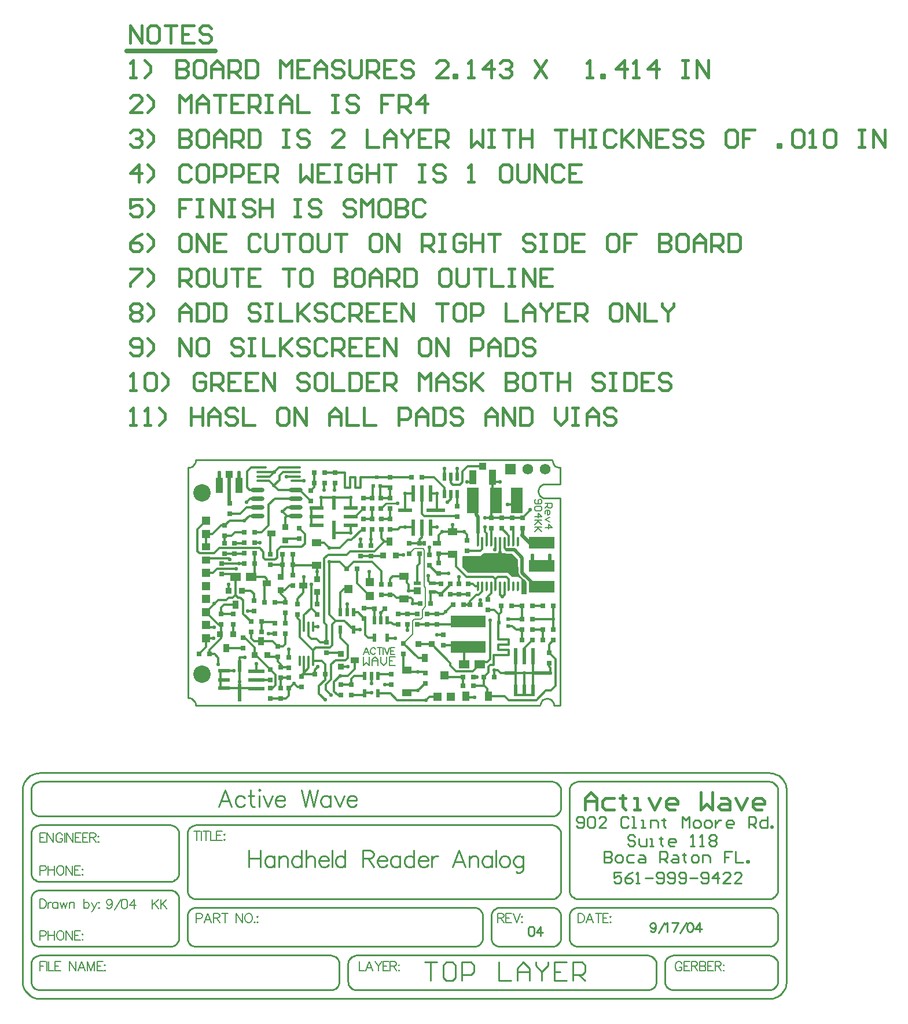
<source format=gtl>
%FSLAX24Y24*%
%MOIN*%
G70*
G01*
G75*
%ADD10C,0.0080*%
%ADD11R,0.0300X0.0300*%
%ADD12R,0.0800X0.0236*%
%ADD13R,0.0236X0.1100*%
%ADD14R,0.0236X0.0800*%
%ADD15R,0.0236X0.0700*%
%ADD16R,0.0236X0.1000*%
%ADD17R,0.0945X0.0236*%
%ADD18R,0.0700X0.0236*%
%ADD19R,0.0650X0.0236*%
%ADD20R,0.0200X0.0500*%
%ADD21R,0.0472X0.0472*%
%ADD22O,0.0600X0.0160*%
%ADD23O,0.0160X0.0600*%
%ADD24O,0.0800X0.0240*%
%ADD25R,0.0360X0.0360*%
%ADD26R,0.0200X0.0300*%
%ADD27R,0.0360X0.0500*%
%ADD28R,0.1000X0.0236*%
%ADD29R,0.0236X0.0945*%
%ADD30R,0.1500X0.0700*%
%ADD31R,0.0394X0.0413*%
%ADD32R,0.0413X0.0866*%
%ADD33R,0.0413X0.0800*%
%ADD34R,0.0400X0.0550*%
%ADD35O,0.0140X0.0600*%
%ADD36R,0.0600X0.0500*%
%ADD37R,0.2000X0.0700*%
%ADD38R,0.0500X0.0360*%
%ADD39R,0.0236X0.0236*%
%ADD40R,0.0550X0.0400*%
%ADD41C,0.0120*%
%ADD42R,0.0394X0.0394*%
%ADD43R,0.0394X0.0197*%
%ADD44R,0.0700X0.1500*%
%ADD45R,0.1100X0.0236*%
%ADD46R,0.0500X0.0500*%
%ADD47R,0.0500X0.0400*%
%ADD48C,0.0140*%
%ADD49C,0.0120*%
%ADD50C,0.0200*%
%ADD51C,0.0300*%
%ADD52C,0.0100*%
%ADD53C,0.0060*%
%ADD54C,0.0090*%
%ADD55C,0.0050*%
%ADD56C,0.0150*%
%ADD57C,0.0250*%
%ADD58C,0.0620*%
%ADD59R,0.0620X0.0620*%
%ADD60C,0.1000*%
%ADD61C,0.0400*%
%ADD62C,0.0220*%
D10*
X102576Y71941D02*
X102595Y71850D01*
X102647Y71772D01*
X102576Y71941D02*
X102595Y71850D01*
X102647Y71772D01*
X101839Y73016D02*
X101916Y73003D01*
X101163Y73016D02*
X101297D01*
X97056Y69803D02*
X97246Y69993D01*
X96506Y68403D02*
Y69173D01*
X95976Y67873D02*
X96506Y68403D01*
Y69173D02*
X96596Y69263D01*
X96976D01*
X97056Y69343D01*
Y69803D01*
X97246Y69993D02*
Y71073D01*
X97176Y71143D02*
X97246Y71073D01*
X97176Y71143D02*
Y73233D01*
X97096Y73313D02*
X97176Y73233D01*
X96616Y73313D02*
X97096D01*
X96316Y73013D02*
X96616Y73313D01*
X102204Y73003D02*
X102542Y72666D01*
X102164Y73003D02*
X102542Y72626D01*
X102093Y73003D02*
X102542Y72555D01*
Y72266D02*
X102576Y72231D01*
X102132Y71826D02*
X102557Y72251D01*
X102023Y73003D02*
X102542Y72484D01*
X101727Y73016D02*
X102576Y72167D01*
X101656Y73016D02*
X102576Y72096D01*
X101586Y73016D02*
X102576Y72025D01*
X101444Y73016D02*
X102586Y71875D01*
X101515Y73016D02*
X102576Y71955D01*
Y71941D02*
Y72231D01*
X102650Y71708D02*
X102680Y71738D01*
X102587Y71716D02*
X102645Y71774D01*
X102167Y71791D02*
X102576Y72200D01*
X102202Y71755D02*
X102576Y72129D01*
X102238Y71720D02*
X102576Y72059D01*
X102517Y71716D02*
X102614Y71813D01*
X102446Y71716D02*
X102590Y71860D01*
X101952Y73003D02*
X102542Y72414D01*
X101916Y73003D02*
X102204D01*
X101798Y73016D02*
X102542Y72272D01*
X101878Y73006D02*
X102542Y72343D01*
X101564Y71966D02*
X102403Y72805D01*
X101423Y71966D02*
X102332Y72875D01*
X101494Y71966D02*
X102368Y72840D01*
X101297Y73016D02*
X101839D01*
X101352Y71966D02*
X102297Y72911D01*
X101282Y71966D02*
X102262Y72946D01*
X102542Y72266D02*
Y72666D01*
X101989Y71966D02*
X102542Y72519D01*
X102026Y71932D02*
X102542Y72448D01*
X102061Y71897D02*
X102542Y72378D01*
X102096Y71861D02*
X102542Y72307D01*
X101847Y71966D02*
X102542Y72660D01*
X101918Y71966D02*
X102542Y72590D01*
X101777Y71966D02*
X102509Y72699D01*
X101706Y71966D02*
X102474Y72734D01*
X101635Y71966D02*
X102438Y72769D01*
X102792Y71527D02*
X103032Y71287D01*
X102792Y71457D02*
X103032Y71217D01*
X102792Y71143D02*
X103032Y71383D01*
X102792Y71386D02*
X103032Y71146D01*
X102792Y71072D02*
X103032Y71312D01*
Y70716D02*
Y71387D01*
X101374Y73016D02*
X103032Y71358D01*
X102647Y71772D02*
X103032Y71387D01*
X102792Y71315D02*
X103032Y71075D01*
X102792Y71001D02*
X103032Y71241D01*
X102792Y71244D02*
X103032Y71004D01*
X102792Y70930D02*
X103032Y71170D01*
X102792Y71174D02*
X103032Y70934D01*
X103001Y70716D02*
X103032Y70746D01*
X102931Y70716D02*
X103032Y70817D01*
X102860Y70716D02*
X103032Y70888D01*
X102792Y71103D02*
X103032Y70863D01*
X102792Y70860D02*
X103032Y71100D01*
X102792Y70789D02*
X103032Y71029D01*
X102792Y71032D02*
X103032Y70792D01*
X102792Y70718D02*
X103032Y70958D01*
X102721Y71637D02*
X102751Y71667D01*
X102756Y71602D02*
X102786Y71632D01*
X102685Y71673D02*
X102715Y71703D01*
X102791Y71566D02*
X102822Y71597D01*
X102792Y71496D02*
X102857Y71561D01*
X102642Y71716D02*
X102792Y71566D01*
X102375Y71716D02*
X102577Y71918D01*
X102242Y71716D02*
X102642D01*
X102304D02*
X102576Y71988D01*
X101303Y73016D02*
X102603Y71716D01*
X101992Y71966D02*
X102242Y71716D01*
X102792Y71355D02*
X102928Y71491D01*
X102792Y71284D02*
X102963Y71455D01*
X102792Y71425D02*
X102892Y71526D01*
X102792Y71213D02*
X102998Y71420D01*
X102792Y70716D02*
Y71566D01*
Y70962D02*
X103032Y70722D01*
X102792Y70891D02*
X102967Y70716D01*
X102792Y70820D02*
X102896Y70716D01*
X102792D02*
X103032D01*
X102792Y70749D02*
X102825Y70716D01*
X100879Y73016D02*
X101929Y71966D01*
X100808Y73016D02*
X101858Y71966D01*
X100787D02*
X101837Y73016D01*
X100737D02*
X101787Y71966D01*
X100716D02*
X101766Y73016D01*
X100645Y71966D02*
X101695Y73016D01*
X100667D02*
X101717Y71966D01*
X100645D02*
X101695Y73016D01*
X100596D02*
X101646Y71966D01*
X100575D02*
X101625Y73016D01*
X100504Y71966D02*
X101554Y73016D01*
X101211Y71966D02*
X102226Y72981D01*
X101140Y71966D02*
X102177Y73003D01*
X101069Y71966D02*
X102107Y73003D01*
X100999Y71966D02*
X102036Y73003D01*
X100928Y71966D02*
X101965Y73003D01*
X100857Y71966D02*
X101896Y73004D01*
X100558Y72983D02*
X101575Y71966D01*
X100523Y72947D02*
X101504Y71966D01*
X100488Y72912D02*
X101434Y71966D01*
X100452Y72877D02*
X101363Y71966D01*
X100592Y73016D02*
X101163D01*
X100442Y72866D02*
X100592Y73016D01*
X99638Y72020D02*
X100635Y73016D01*
X99603Y72055D02*
X100414Y72866D01*
X99567Y72090D02*
X100343Y72866D01*
X99392D02*
X100442D01*
X99461Y72196D02*
X100131Y72866D01*
X99426Y72232D02*
X100060Y72866D01*
X99532Y72126D02*
X100272Y72866D01*
X99497Y72161D02*
X100202Y72866D01*
X99392Y72410D02*
X99848Y72866D01*
X99392Y72480D02*
X99777Y72866D01*
X99392Y72551D02*
X99707Y72866D01*
X99392Y72268D02*
X99990Y72866D01*
X99392Y72339D02*
X99919Y72866D01*
X99392Y72692D02*
X99565Y72866D01*
X99392Y72763D02*
X99495Y72866D01*
X99392Y72834D02*
X99424Y72866D01*
X99392Y72622D02*
X99636Y72866D01*
X99392Y72266D02*
Y72866D01*
X101161Y73016D02*
X102461Y71716D01*
X100433Y71966D02*
X101483Y73016D01*
X100362Y71966D02*
X101412Y73016D01*
X101091D02*
X102391Y71716D01*
X101020Y73016D02*
X102320Y71716D01*
X100949Y73016D02*
X102249Y71716D01*
X100292Y71966D02*
X101342Y73016D01*
X100080Y71966D02*
X101130Y73016D01*
X100009Y71966D02*
X101059Y73016D01*
X99938Y71966D02*
X100988Y73016D01*
X99867Y71966D02*
X100917Y73016D01*
X100392Y72866D02*
X101292Y71966D01*
X100322Y72866D02*
X101222Y71966D01*
X100251Y72866D02*
X101151Y71966D01*
X101241Y73007D02*
X102532Y71716D01*
X100221Y71966D02*
X101264Y73009D01*
X100150Y71966D02*
X101194Y73010D01*
X100180Y72866D02*
X101080Y71966D01*
X100109Y72866D02*
X101009Y71966D01*
X99692D02*
X101992D01*
X100039Y72866D02*
X100939Y71966D01*
X99968Y72866D02*
X100868Y71966D01*
X99897Y72866D02*
X100797Y71966D01*
X99827Y72866D02*
X100727Y71966D01*
X99797D02*
X100847Y73016D01*
X99726Y71966D02*
X100776Y73016D01*
X99756Y72866D02*
X100656Y71966D01*
X99673Y71984D02*
X100705Y73016D01*
X99685Y72866D02*
X100585Y71966D01*
X99614Y72866D02*
X100514Y71966D01*
X99544Y72866D02*
X100444Y71966D01*
X99473Y72866D02*
X100373Y71966D01*
X99402Y72866D02*
X100302Y71966D01*
X99392Y72806D02*
X100232Y71966D01*
X99392Y72735D02*
X100161Y71966D01*
X99392Y72664D02*
X100090Y71966D01*
X99392Y72594D02*
X100019Y71966D01*
X99392Y72523D02*
X99949Y71966D01*
X99392Y72452D02*
X99878Y71966D01*
X99392Y72382D02*
X99807Y71966D01*
X99392Y72311D02*
X99737Y71966D01*
X99392Y72266D02*
X99692Y71966D01*
X93663Y67094D02*
Y66594D01*
X93830Y66761D01*
X93996Y66594D01*
Y67094D01*
X94163Y66594D02*
Y66927D01*
X94330Y67094D01*
X94496Y66927D01*
Y66594D01*
Y66844D01*
X94163D01*
X94663Y67094D02*
Y66761D01*
X94829Y66594D01*
X94996Y66761D01*
Y67094D01*
X95496D02*
X95163D01*
Y66594D01*
X95496D01*
X95163Y66844D02*
X95329D01*
X93988Y67224D02*
X93835Y67624D01*
X93683Y67224D01*
X93740Y67357D02*
X93931D01*
X94367Y67529D02*
X94348Y67567D01*
X94310Y67605D01*
X94271Y67624D01*
X94195D01*
X94157Y67605D01*
X94119Y67567D01*
X94100Y67529D01*
X94081Y67472D01*
Y67376D01*
X94100Y67319D01*
X94119Y67281D01*
X94157Y67243D01*
X94195Y67224D01*
X94271D01*
X94310Y67243D01*
X94348Y67281D01*
X94367Y67319D01*
X94612Y67624D02*
Y67224D01*
X94479Y67624D02*
X94746D01*
X94793D02*
Y67224D01*
X94877Y67624D02*
X95029Y67224D01*
X95182Y67624D02*
X95029Y67224D01*
X95481Y67624D02*
X95233D01*
Y67224D01*
X95481D01*
X95233Y67433D02*
X95386D01*
X79191Y52957D02*
X79165Y52881D01*
X79114Y52830D01*
X79038Y52805D01*
X79013D01*
X78937Y52830D01*
X78886Y52881D01*
X78860Y52957D01*
Y52983D01*
X78886Y53059D01*
X78937Y53110D01*
X79013Y53135D01*
X79038D01*
X79114Y53110D01*
X79165Y53059D01*
X79191Y52957D01*
Y52830D01*
X79165Y52704D01*
X79114Y52627D01*
X79038Y52602D01*
X78987D01*
X78911Y52627D01*
X78886Y52678D01*
X79335Y52526D02*
X79691Y53135D01*
X79879D02*
X79803Y53110D01*
X79752Y53034D01*
X79726Y52907D01*
Y52830D01*
X79752Y52704D01*
X79803Y52627D01*
X79879Y52602D01*
X79929D01*
X80006Y52627D01*
X80056Y52704D01*
X80082Y52830D01*
Y52907D01*
X80056Y53034D01*
X80006Y53110D01*
X79929Y53135D01*
X79879D01*
X80455D02*
X80201Y52780D01*
X80582D01*
X80455Y53135D02*
Y52602D01*
X81514Y53135D02*
Y52602D01*
X81869Y53135D02*
X81514Y52780D01*
X81641Y52907D02*
X81869Y52602D01*
X81989Y53135D02*
Y52602D01*
X82344Y53135D02*
X81989Y52780D01*
X82116Y52907D02*
X82344Y52602D01*
D11*
X90116Y65363D02*
D03*
Y65963D02*
D03*
X95976Y67273D02*
D03*
Y67873D02*
D03*
X99077Y75753D02*
D03*
X93305Y72167D02*
D03*
X92705D02*
D03*
X96316Y73613D02*
D03*
Y73013D02*
D03*
X84796Y67253D02*
D03*
X84196D02*
D03*
X100610Y65927D02*
D03*
X101210D02*
D03*
X88316Y72983D02*
D03*
Y72383D02*
D03*
X85486Y72443D02*
D03*
Y71843D02*
D03*
X87386Y73643D02*
D03*
X98016Y73023D02*
D03*
Y73623D02*
D03*
X90646Y76673D02*
D03*
Y76073D02*
D03*
X91016Y69523D02*
D03*
Y70123D02*
D03*
X89856Y69523D02*
D03*
Y70123D02*
D03*
X93496Y72883D02*
D03*
Y73483D02*
D03*
X94686Y75033D02*
D03*
Y74433D02*
D03*
X91456Y66103D02*
D03*
X90856D02*
D03*
X94156Y74433D02*
D03*
Y75033D02*
D03*
Y75633D02*
D03*
Y76233D02*
D03*
X93656Y75033D02*
D03*
Y74433D02*
D03*
X90826Y77683D02*
D03*
X91426D02*
D03*
X88886Y64693D02*
D03*
Y65293D02*
D03*
X89616Y72993D02*
D03*
X89016D02*
D03*
X89616Y71793D02*
D03*
Y71193D02*
D03*
X88566Y70233D02*
D03*
X87966D02*
D03*
X86726Y68183D02*
D03*
Y67583D02*
D03*
X87366Y69713D02*
D03*
Y70313D02*
D03*
X86156Y68943D02*
D03*
Y69543D02*
D03*
X87796Y69113D02*
D03*
X87196D02*
D03*
X85466Y69543D02*
D03*
Y68943D02*
D03*
X104016Y70023D02*
D03*
X104616D02*
D03*
X97226Y65573D02*
D03*
Y66173D02*
D03*
X104616Y68663D02*
D03*
X104016D02*
D03*
X103416D02*
D03*
X102816D02*
D03*
X104016Y68063D02*
D03*
X104616D02*
D03*
X94896Y69843D02*
D03*
X94296D02*
D03*
X93706Y69293D02*
D03*
Y69893D02*
D03*
X96216Y68953D02*
D03*
Y69553D02*
D03*
X95656Y68953D02*
D03*
Y69553D02*
D03*
X99390Y65417D02*
D03*
X99990D02*
D03*
X102826Y75093D02*
D03*
Y74493D02*
D03*
X98016Y72493D02*
D03*
Y71893D02*
D03*
X95196Y76233D02*
D03*
Y75633D02*
D03*
X88886Y65893D02*
D03*
Y66493D02*
D03*
X89166Y70233D02*
D03*
Y69633D02*
D03*
X87386Y73043D02*
D03*
X87196Y68513D02*
D03*
X87796D02*
D03*
X102816Y70023D02*
D03*
X103416D02*
D03*
X96946Y70153D02*
D03*
X97546D02*
D03*
X99166Y71293D02*
D03*
Y70693D02*
D03*
X96776Y68953D02*
D03*
Y69553D02*
D03*
X97456Y72943D02*
D03*
Y72343D02*
D03*
X95196Y75033D02*
D03*
Y74433D02*
D03*
X93656Y75633D02*
D03*
Y76233D02*
D03*
X95196Y76833D02*
D03*
Y77433D02*
D03*
X92027Y77084D02*
D03*
Y77684D02*
D03*
X91426Y77083D02*
D03*
X90826D02*
D03*
X96426Y77423D02*
D03*
X97026D02*
D03*
X99077Y75153D02*
D03*
X96916Y73613D02*
D03*
X85956Y75333D02*
D03*
Y75933D02*
D03*
X89356Y65293D02*
D03*
Y65893D02*
D03*
Y66463D02*
D03*
Y67063D02*
D03*
X89616Y72393D02*
D03*
X89016D02*
D03*
X88746Y67693D02*
D03*
Y67093D02*
D03*
X88296Y66363D02*
D03*
Y65763D02*
D03*
X89166Y68433D02*
D03*
Y69033D02*
D03*
X87386Y74243D02*
D03*
X88566Y69033D02*
D03*
Y68433D02*
D03*
X103416Y69263D02*
D03*
X102816D02*
D03*
X104362Y66737D02*
D03*
Y67337D02*
D03*
X103416Y68063D02*
D03*
X102816D02*
D03*
X102216Y70023D02*
D03*
X101616D02*
D03*
X99990Y65927D02*
D03*
X99390D02*
D03*
X102226Y75093D02*
D03*
Y74493D02*
D03*
X101626Y75093D02*
D03*
Y74493D02*
D03*
X100846Y70383D02*
D03*
Y69783D02*
D03*
X95186Y71253D02*
D03*
Y70653D02*
D03*
X101026Y75093D02*
D03*
Y74493D02*
D03*
X99646Y73783D02*
D03*
Y73183D02*
D03*
X99816Y70093D02*
D03*
X100416D02*
D03*
X98146Y71293D02*
D03*
Y70693D02*
D03*
X99696Y71293D02*
D03*
Y70693D02*
D03*
X98656D02*
D03*
Y71293D02*
D03*
X96916Y73013D02*
D03*
X94096Y72883D02*
D03*
Y73483D02*
D03*
X94676Y76233D02*
D03*
Y75633D02*
D03*
X88296Y65293D02*
D03*
Y64693D02*
D03*
X97896Y69553D02*
D03*
Y68953D02*
D03*
X94686Y70653D02*
D03*
Y71253D02*
D03*
X87386Y72443D02*
D03*
X86786D02*
D03*
X98846Y70093D02*
D03*
X99446D02*
D03*
X98276Y68343D02*
D03*
Y67743D02*
D03*
X97336Y69553D02*
D03*
Y68953D02*
D03*
X86786Y73043D02*
D03*
Y73643D02*
D03*
Y74243D02*
D03*
X85683Y74644D02*
D03*
X86243Y73634D02*
D03*
Y73034D02*
D03*
X85683D02*
D03*
Y73634D02*
D03*
Y74044D02*
D03*
X89963Y74484D02*
D03*
Y73884D02*
D03*
X92372Y64881D02*
D03*
Y65481D02*
D03*
X92972D02*
D03*
Y64881D02*
D03*
X95262Y65481D02*
D03*
Y66081D02*
D03*
X91543Y67924D02*
D03*
Y67324D02*
D03*
D12*
X92937Y75173D02*
D03*
X90976D02*
D03*
Y75673D02*
D03*
Y74673D02*
D03*
X92937D02*
D03*
Y75673D02*
D03*
X96057Y75516D02*
D03*
D13*
X91953Y74384D02*
D03*
D14*
X91953Y75976D02*
D03*
D15*
X86523Y66576D02*
D03*
X103442Y65170D02*
D03*
X102442D02*
D03*
X102942D02*
D03*
D16*
X86523Y65034D02*
D03*
D17*
X87507Y66273D02*
D03*
Y65773D02*
D03*
Y65273D02*
D03*
D18*
X85646Y65283D02*
D03*
X102139Y66147D02*
D03*
D19*
X85646Y66283D02*
D03*
Y65773D02*
D03*
D20*
X99076Y76453D02*
D03*
X98696D02*
D03*
X99076Y77453D02*
D03*
X98326Y76453D02*
D03*
Y77453D02*
D03*
X98696D02*
D03*
X94296Y69183D02*
D03*
X94676D02*
D03*
X94296Y68183D02*
D03*
X95046Y69183D02*
D03*
Y68183D02*
D03*
X92346Y69643D02*
D03*
X92726D02*
D03*
X92346Y68643D02*
D03*
X93096Y69643D02*
D03*
Y68643D02*
D03*
X94492Y64981D02*
D03*
Y65981D02*
D03*
X93742Y64981D02*
D03*
X94122Y65981D02*
D03*
X93742D02*
D03*
D21*
X94036Y70590D02*
D03*
Y71377D02*
D03*
X92816Y70983D02*
D03*
X98715Y64797D02*
D03*
X98322Y66017D02*
D03*
X97928Y64797D02*
D03*
D22*
X87788Y77725D02*
D03*
Y77981D02*
D03*
X89756D02*
D03*
Y77725D02*
D03*
Y77213D02*
D03*
Y77469D02*
D03*
X87788Y77213D02*
D03*
Y77469D02*
D03*
D23*
X90756Y66865D02*
D03*
Y68833D02*
D03*
X90244D02*
D03*
X89989D02*
D03*
X90500Y66865D02*
D03*
X89989D02*
D03*
X90244D02*
D03*
X90500Y68833D02*
D03*
D24*
X87566Y75203D02*
D03*
Y75703D02*
D03*
Y76203D02*
D03*
Y76703D02*
D03*
X89766Y76203D02*
D03*
Y75703D02*
D03*
Y75203D02*
D03*
Y76703D02*
D03*
D25*
X97586Y67813D02*
D03*
X96836Y67813D02*
D03*
X94796Y72933D02*
D03*
X95546D02*
D03*
X87396Y67203D02*
D03*
X88146D02*
D03*
X88916Y70933D02*
D03*
Y71683D02*
D03*
X86666Y70903D02*
D03*
X85916D02*
D03*
X86156Y68403D02*
D03*
X85406D02*
D03*
X91016Y71573D02*
D03*
Y70823D02*
D03*
X89173Y74554D02*
D03*
Y73804D02*
D03*
X92373Y66514D02*
D03*
Y67264D02*
D03*
D26*
X97756Y73613D02*
D03*
X97176D02*
D03*
D27*
X97206Y67013D02*
D03*
X95176Y73733D02*
D03*
X87776Y68003D02*
D03*
X86286Y70103D02*
D03*
X85776Y67603D02*
D03*
D28*
X103911Y66147D02*
D03*
D29*
X102442Y67131D02*
D03*
X103442D02*
D03*
X102942D02*
D03*
X97526Y74533D02*
D03*
X96526D02*
D03*
Y76493D02*
D03*
X97526D02*
D03*
X97026D02*
D03*
Y74533D02*
D03*
D30*
X103922Y71116D02*
D03*
Y72336D02*
D03*
Y73656D02*
D03*
D31*
X100546Y78043D02*
D03*
X85946Y77583D02*
D03*
D32*
X101117Y77413D02*
D03*
X85375Y76953D02*
D03*
X86517D02*
D03*
D33*
X99975Y77413D02*
D03*
D34*
X99576Y64833D02*
D03*
X100876D02*
D03*
D35*
X102559Y71143D02*
D03*
X100256Y73742D02*
D03*
X101792D02*
D03*
X102048D02*
D03*
X102304D02*
D03*
X102559D02*
D03*
X102304Y71143D02*
D03*
X102048D02*
D03*
X101792D02*
D03*
X101536D02*
D03*
X101280D02*
D03*
X101024D02*
D03*
X100768D02*
D03*
X100512D02*
D03*
X100256D02*
D03*
X101536Y73742D02*
D03*
X100768D02*
D03*
X101024D02*
D03*
X101280D02*
D03*
X100512D02*
D03*
D36*
X100366Y66663D02*
D03*
X99466D02*
D03*
X86286Y71693D02*
D03*
X87186D02*
D03*
D37*
X99716Y67653D02*
D03*
Y69123D02*
D03*
D38*
X88116Y71313D02*
D03*
X90216Y71203D02*
D03*
X88373Y74184D02*
D03*
X93173Y66884D02*
D03*
D39*
X101474Y69066D02*
D03*
X101986Y69263D02*
D03*
Y68870D02*
D03*
X94439Y77435D02*
D03*
X94636Y76923D02*
D03*
X94243D02*
D03*
D40*
X98816Y72993D02*
D03*
Y74293D02*
D03*
X95986Y70413D02*
D03*
Y71713D02*
D03*
X90966Y72353D02*
D03*
Y73653D02*
D03*
X96153Y65014D02*
D03*
Y66314D02*
D03*
D41*
X101178Y66629D02*
D03*
X101428Y69043D02*
D03*
X92028Y77685D02*
D03*
X94442Y77435D02*
D03*
D42*
X96783Y70886D02*
D03*
D43*
Y71339D02*
D03*
X97649D02*
D03*
Y70827D02*
D03*
D44*
X102516Y76083D02*
D03*
X101296D02*
D03*
X99976D02*
D03*
D45*
X97829Y75516D02*
D03*
D46*
X84592Y69666D02*
D03*
Y70416D02*
D03*
Y74166D02*
D03*
Y68166D02*
D03*
Y68916D02*
D03*
Y71166D02*
D03*
Y71916D02*
D03*
Y74916D02*
D03*
D47*
X84592Y72666D02*
D03*
Y73416D02*
D03*
D48*
X89866Y65363D02*
X90116D01*
X89676Y65553D02*
X89866Y65363D01*
X99076Y75754D02*
X99077Y75753D01*
X99076Y75754D02*
Y76453D01*
X93305Y71321D02*
X94036Y70590D01*
X93305Y71321D02*
Y72167D01*
X93091Y72553D02*
X94156D01*
X91716D02*
X92319D01*
X92705Y72167D02*
X93091Y72553D01*
X92319D02*
X92705Y72167D01*
X88566Y76203D02*
X89766D01*
X88216Y75853D02*
X88566Y76203D01*
X88216Y74659D02*
Y75853D01*
X87800Y74243D02*
X88216Y74659D01*
X87386Y74243D02*
X87800D01*
X88246Y77213D02*
X88756Y76703D01*
X84592Y69666D02*
X85289Y70363D01*
X88516Y76943D02*
X88826Y77253D01*
X89038Y77725D02*
X89756D01*
X88826Y77513D02*
X89038Y77725D01*
X88826Y77253D02*
Y77513D01*
X87788Y77213D02*
X88246D01*
X88756Y76703D02*
X90016D01*
X90646Y76073D01*
X89246Y77469D02*
X89756D01*
X87086Y75203D02*
X87566D01*
X86926Y75703D02*
X87566D01*
X86656Y75433D02*
X86926Y75703D01*
X101117Y77143D02*
X101546D01*
X98817Y76993D02*
X99226D01*
X99376Y77143D01*
Y77763D01*
X99656Y78043D01*
X100546D01*
X99975Y77144D02*
Y77413D01*
Y77144D02*
X99976Y77143D01*
X99626D02*
X99976D01*
X101117Y76372D02*
Y77143D01*
Y76372D02*
X101276Y76213D01*
X96836Y67813D02*
Y67813D01*
Y67813D02*
X97586D01*
X98216Y74293D02*
X99466D01*
X98016Y73613D02*
Y74093D01*
X97756Y73613D02*
X98016D01*
X96316D02*
X97176D01*
X85466Y68163D02*
Y68943D01*
X85086Y67253D02*
X85316Y67023D01*
Y66663D02*
Y67023D01*
X84796Y67253D02*
X85086D01*
X84592Y73416D02*
Y74166D01*
X85429Y66283D02*
X86189D01*
X86195Y66277D01*
X85427Y65283D02*
X87497D01*
X85427Y66285D02*
X85429Y66283D01*
X85427Y65283D02*
Y66285D01*
X86523Y64904D02*
Y67059D01*
X87497Y65283D02*
X87507Y65273D01*
X86527Y67063D02*
X86837D01*
X86523Y67059D02*
X86527Y67063D01*
X87507Y66273D02*
Y66683D01*
X87396Y67203D02*
X87456D01*
X88296Y66363D01*
X87507Y65773D02*
X87517Y65763D01*
X88226D01*
X86836Y68183D02*
X87396Y67623D01*
Y67203D02*
Y67623D01*
X86726Y68183D02*
X86836D01*
X85796Y67583D02*
X86726D01*
X85776Y67603D02*
X85796Y67583D01*
X87366Y68003D02*
X88436D01*
X88746Y67693D02*
X89036D01*
X88436Y68003D02*
X88746Y67693D01*
X88226Y66363D02*
Y66373D01*
X88746Y66813D02*
X88886Y66673D01*
Y66493D02*
Y66673D01*
Y66493D02*
X88906Y66473D01*
X88886Y66493D02*
X89326D01*
X88746Y66813D02*
Y67093D01*
X88886Y65893D02*
X89356D01*
X84796Y67493D02*
X85466Y68163D01*
X84796Y67253D02*
Y67493D01*
X84592Y67649D02*
Y68166D01*
X84594Y68163D02*
X85036D01*
X84592Y68166D02*
X84594Y68163D01*
X84196Y67253D02*
X84592Y67649D01*
Y68916D02*
X84704Y68803D01*
X85056D01*
X85314Y68943D02*
X85466D01*
X84592Y69666D02*
X85314Y68943D01*
X85289Y70363D02*
X85756D01*
X84531Y73477D02*
X84592Y73416D01*
X84503Y74077D02*
X84592Y74166D01*
X88226Y64693D02*
X89206D01*
X89416Y65293D02*
X89676Y65553D01*
X89356Y65293D02*
X89416D01*
X97280Y64607D02*
X97470Y64797D01*
X97928D01*
X104745Y65410D02*
Y66954D01*
X104362Y67337D02*
X104745Y66954D01*
X104432Y66147D02*
Y66447D01*
X104362Y66517D02*
Y66737D01*
Y66517D02*
X104432Y66447D01*
X104362Y67809D02*
X104616Y68063D01*
X104362Y67337D02*
Y67809D01*
X104482Y65147D02*
X104745Y65410D01*
X104182Y65147D02*
X104482D01*
X103632Y64597D02*
X104182Y65147D01*
X102032Y64597D02*
X103632D01*
X101795Y64833D02*
X102032Y64597D01*
X100876Y64833D02*
X101795D01*
X103442Y64900D02*
Y67131D01*
X103911Y66147D02*
X104432Y66147D01*
X103442Y66148D02*
X103911Y66147D01*
X102942Y66149D02*
X103442Y66148D01*
X102139Y66149D02*
X102942Y66149D01*
X101569Y66150D02*
X102139Y66149D01*
X102942Y67589D02*
X103416Y68063D01*
X102942Y67131D02*
Y67589D01*
Y65170D02*
Y66147D01*
X102442Y64900D02*
Y67131D01*
Y64900D02*
X103442D01*
X101190Y66327D02*
X101393D01*
X101569Y66150D01*
X101203Y69783D02*
X101474Y69511D01*
X100846Y69783D02*
X101203D01*
X101474Y69066D02*
Y69511D01*
X101616Y69653D01*
Y70023D01*
X102216D02*
X102816D01*
X103416D02*
X104016D01*
X102816Y69263D02*
Y70023D01*
X101986Y69263D02*
X102816D01*
X102456Y68663D02*
X102816D01*
X102250Y68870D02*
X102456Y68663D01*
X101986Y68870D02*
X102250D01*
X102816Y68063D02*
Y68663D01*
X104616D02*
Y70023D01*
X103416Y69263D02*
X104616D01*
X103416Y68663D02*
X104016D01*
Y68063D02*
Y68663D01*
X100870Y64650D02*
Y64747D01*
X100610Y65927D02*
X100879Y66196D01*
Y66539D01*
X100969Y66628D01*
X101179D01*
X101190Y65947D02*
Y66327D01*
Y65947D02*
X101210Y65927D01*
X100790Y64727D02*
Y65267D01*
X100810Y64747D02*
X100870D01*
X100790Y64727D02*
X100810Y64747D01*
X100610Y65447D02*
X100790Y65267D01*
X100610Y65447D02*
Y65927D01*
X100580Y65417D02*
X100610Y65447D01*
X99990Y65417D02*
X100580D01*
X99580Y64757D02*
X100080D01*
X99570Y64747D02*
X99580Y64757D01*
X99390Y65417D02*
Y65927D01*
X98393D02*
X99390D01*
X98320Y65854D02*
X98393Y65927D01*
X97586Y67813D02*
X98680Y66720D01*
X99960Y66257D02*
X100496Y66793D01*
X98680Y66580D02*
X99003Y66257D01*
X99960D01*
X98680Y66580D02*
Y66720D01*
X101536Y73742D02*
X101536Y73113D01*
X101280Y73307D02*
Y73742D01*
X101230Y73257D02*
X101280Y73307D01*
X100666Y75093D02*
X102826D01*
X101026D02*
Y75963D01*
X101276Y76213D01*
X102496Y75923D02*
Y76213D01*
X102416Y75843D02*
X102496Y75923D01*
X101966Y75843D02*
X102416D01*
X100666Y74295D02*
Y74543D01*
Y74295D02*
X100768Y74193D01*
Y73742D02*
Y74193D01*
X100256Y73742D02*
Y74233D01*
X99646Y73783D02*
Y74113D01*
X99466Y74293D02*
X99646Y74113D01*
X100512Y73289D02*
Y73742D01*
X100406Y73183D02*
X100512Y73289D01*
X99646Y73183D02*
X100406D01*
X101792Y73368D02*
X101916Y73243D01*
X101792Y73368D02*
Y73742D01*
X103266Y75533D02*
Y75543D01*
X102826Y75093D02*
X103266Y75533D01*
X101626Y74483D02*
Y74493D01*
Y74483D02*
X102048Y74062D01*
Y73742D02*
Y74062D01*
X102226Y74493D02*
X102304Y74416D01*
Y73742D02*
Y74416D01*
X99466Y67653D02*
X99716D01*
X99466Y66663D02*
Y67653D01*
X98276Y67743D02*
X99716D01*
Y67653D02*
Y67743D01*
X97916Y68343D02*
X98276D01*
X96776Y68953D02*
X99716D01*
Y69123D01*
X98266Y69553D02*
X98706Y69993D01*
X97336Y69553D02*
X98266D01*
X95656D02*
X96776D01*
X96216Y68623D02*
Y68953D01*
X95046Y69093D02*
Y69183D01*
Y69093D02*
X95076Y69063D01*
X95276D01*
X95386Y68953D01*
X95656D01*
X92576Y69163D02*
X93096Y68643D01*
X93766Y68353D02*
X93936Y68183D01*
X93766Y68353D02*
Y69233D01*
X93706Y69293D02*
X93766Y69233D01*
X93356Y69643D02*
X93706Y69293D01*
X93096Y69643D02*
X93356D01*
X94676Y69183D02*
Y69623D01*
X94896Y69843D01*
X94296Y69183D02*
Y69843D01*
X94246Y69893D02*
X94296Y69843D01*
X93706Y69893D02*
X94246D01*
X95046Y68183D02*
X95076Y68153D01*
X95516D01*
X93096Y68643D02*
X93456D01*
X93936Y68183D02*
X94296D01*
X88196Y65793D02*
X88226Y65763D01*
X85476Y69543D02*
X86156D01*
Y68403D02*
Y68943D01*
X85646Y70103D02*
X86286D01*
X85466Y69543D02*
Y69923D01*
X85646Y70103D01*
X86146Y70503D02*
X86286Y70643D01*
X85896Y70503D02*
X86146D01*
X85756Y70363D02*
X85896Y70503D01*
X86736Y69573D02*
Y70343D01*
X86576Y70503D02*
X86736Y70343D01*
X86426Y70503D02*
X86576D01*
X86286Y70643D02*
X86426Y70503D01*
X86286Y70643D02*
Y71693D01*
X87366Y70313D02*
Y70713D01*
X87176Y70903D02*
X87366Y70713D01*
X86666Y70903D02*
X87176D01*
X87016Y69713D02*
X87366D01*
X86236Y71643D02*
X86286Y71693D01*
X86736Y69573D02*
X87196Y69113D01*
X87796D02*
X87816Y69093D01*
X88506D01*
X88566Y69033D01*
X87796Y68513D02*
Y69113D01*
X88196Y68433D02*
X88566D01*
X87196Y68173D02*
X87366Y68003D01*
X87196Y68173D02*
Y68513D01*
X88146Y67203D02*
X88226Y67283D01*
Y67093D02*
X88746D01*
X87776Y67893D02*
Y68003D01*
Y67893D02*
X87786Y67883D01*
X88886Y65293D02*
Y65893D01*
X89356Y67063D02*
Y67513D01*
X89036Y67693D02*
X89166Y67823D01*
Y68433D01*
Y69033D02*
Y69633D01*
Y70233D02*
Y70463D01*
X88916Y70713D02*
X89166Y70463D01*
X88916Y70713D02*
Y70933D01*
X88566Y70233D02*
X89166D01*
X87966Y71163D02*
X88116Y71313D01*
X87966Y70233D02*
Y71163D01*
X89404Y71193D02*
X89616D01*
X89144Y70933D02*
X89404Y71193D01*
X88916Y70933D02*
X89144D01*
X89016Y71783D02*
Y72993D01*
X89006Y72383D02*
X89016Y72393D01*
X88316Y72383D02*
X89006D01*
X88916Y71683D02*
X89016Y71783D01*
X88116Y71410D02*
Y71563D01*
X87986Y71693D02*
X88116Y71563D01*
X87186Y71693D02*
X87986D01*
X98696Y77114D02*
X98817Y76993D01*
X98696Y77114D02*
Y77453D01*
Y76173D02*
Y76453D01*
X98517Y75993D02*
X98696Y76173D01*
X97026Y75333D02*
Y76493D01*
Y75333D02*
X97166Y75193D01*
X99037D01*
X99077Y75153D01*
X96066Y76493D02*
X96526D01*
X96057Y75516D02*
X96066Y75526D01*
X97526Y76493D02*
X97916D01*
X97829Y75516D02*
X97855Y75543D01*
X97916D01*
Y76493D01*
X97526Y74533D02*
X97537Y74543D01*
X97916D01*
X96516D02*
X96526Y74533D01*
X95766Y74543D02*
X96516D01*
X97026Y73953D02*
Y74533D01*
X96916Y73843D02*
X97026Y73953D01*
X96916Y73613D02*
Y73843D01*
X98326Y76453D02*
Y76833D01*
X97026Y77423D02*
X97736D01*
X98326Y76833D01*
X95486Y77423D02*
X96426D01*
X95476Y77433D02*
X95486Y77423D01*
X94441Y77433D02*
X95476D01*
X94439Y77435D02*
X94441Y77433D01*
X94636Y76923D02*
X94666Y76893D01*
X95136D01*
X95196Y76833D01*
X92016Y77073D02*
X92027Y77084D01*
X92016Y76693D02*
Y77073D01*
X91426Y77683D02*
X91427Y77684D01*
X91416Y77073D02*
X91426Y77083D01*
X91416Y76693D02*
Y77073D01*
X95196Y76233D02*
Y76833D01*
X94596Y76233D02*
X95196D01*
X94636Y76273D02*
Y76923D01*
X94596Y76233D02*
X94636Y76273D01*
X95196Y75033D02*
Y75633D01*
Y74433D02*
X95656D01*
X95766Y74543D01*
X94596Y75033D02*
X95196D01*
X95546Y72933D02*
X95556Y72943D01*
X95966D01*
X94746Y72883D02*
X94796Y72933D01*
X94096Y73483D02*
X94116Y73503D01*
X93496Y72883D02*
X94746D01*
X93496Y73483D02*
X93516Y73503D01*
Y73843D01*
X93656Y76233D02*
X94156D01*
X94196Y76877D02*
X94243Y76923D01*
X94196Y76273D02*
Y76877D01*
X94156Y76233D02*
X94196Y76273D01*
X90656Y76693D02*
X90826Y76863D01*
Y77683D01*
X94676Y75593D02*
Y75633D01*
X96066Y75526D02*
Y76493D01*
X94156Y75033D02*
Y75633D01*
X94116Y74393D02*
X94156Y74433D01*
X94116Y73503D02*
Y74393D01*
X93656Y75033D02*
X94156D01*
X89756Y77213D02*
X90246D01*
X92937Y75173D02*
X93196D01*
X93656Y75633D01*
X91427Y77684D02*
X92027D01*
X90676Y74673D02*
X90976D01*
X90676D02*
Y75673D01*
X91226D02*
Y76273D01*
X90676Y75673D02*
X91226D01*
X91953Y76250D02*
X91976Y76273D01*
X91953Y75976D02*
Y76250D01*
X92937Y75673D02*
Y76263D01*
X91226Y76273D02*
X92926D01*
X91953Y74204D02*
X91972Y74223D01*
X92926D01*
Y74663D02*
X92937Y74673D01*
X92926Y74223D02*
Y74663D01*
X94686Y73923D02*
Y74433D01*
X94876Y73733D02*
X95176D01*
X94686Y73923D02*
X94876Y73733D01*
X99076Y77453D02*
Y77923D01*
X98326Y77453D02*
Y77923D01*
X93586Y74433D02*
X93656D01*
X92976Y73823D02*
X93586Y74433D01*
X92776Y73823D02*
X92976D01*
X89326Y66493D02*
X89356Y66463D01*
X89206Y64693D02*
X89356Y64843D01*
Y65293D01*
X89856Y69313D02*
Y69523D01*
Y69313D02*
X89989Y69181D01*
Y68231D02*
X90756Y67463D01*
Y66865D02*
Y67463D01*
X91255Y66865D02*
X91456Y66663D01*
X90756Y66865D02*
X91255D01*
X90666Y69903D02*
Y71253D01*
X90244Y69481D02*
X90666Y69903D01*
X90244Y68833D02*
Y69481D01*
X90216Y70783D02*
Y71203D01*
X89856Y70423D02*
X90216Y70783D01*
X89856Y70123D02*
Y70423D01*
X90246Y71233D02*
Y71693D01*
X90216Y71203D02*
X90246Y71233D01*
X90666Y69903D02*
X91016Y69553D01*
Y69523D02*
Y69553D01*
Y70123D02*
Y70823D01*
X90500Y66447D02*
Y66865D01*
X90244Y66191D02*
Y66865D01*
X90156Y66103D02*
X90500Y66447D01*
X89356Y65293D02*
X89396Y65253D01*
X90116Y66063D02*
X90156Y66103D01*
X90116Y65963D02*
Y66063D01*
X92726Y69643D02*
Y70113D01*
X91716Y73353D02*
X92306D01*
X92776Y73823D01*
X92346Y68183D02*
Y68643D01*
Y69643D02*
Y70783D01*
X92546Y70983D01*
X92896D01*
X100496Y66793D02*
X100816D01*
X101536Y70674D02*
Y71143D01*
Y70674D02*
X101666Y70543D01*
X101792Y70669D01*
Y71143D01*
X95976Y67273D02*
X96016Y67233D01*
X97176Y66223D02*
X97226Y66173D01*
X96156Y65143D02*
X96796D01*
X97226Y65573D01*
X95976Y67873D02*
X96836Y67013D01*
X97206D01*
X102048Y71143D02*
Y71562D01*
X101916Y71693D02*
X102048Y71562D01*
X101416Y71693D02*
X101916D01*
X101280Y71557D02*
X101416Y71693D01*
X101280Y71143D02*
Y71557D01*
X101144Y71693D02*
X101280Y71557D01*
X99616Y71693D02*
X101144D01*
X99016Y72293D02*
X99616Y71693D01*
X98816Y74293D02*
Y74693D01*
Y72993D02*
X98916D01*
X99016Y72893D01*
Y72293D02*
Y72893D01*
X98016Y74093D02*
X98216Y74293D01*
X98016Y73023D02*
X98786D01*
X98816Y72993D01*
X98016Y72493D02*
Y73023D01*
X97456Y72943D02*
X97466Y72953D01*
Y73393D01*
X97456Y72343D02*
X97906Y71893D01*
X98016D01*
X98566D01*
X96516Y70143D02*
X96936D01*
X96946Y70153D01*
X95986Y70413D02*
X96066Y70493D01*
X96416D02*
X96516Y70393D01*
Y70143D02*
Y70393D01*
X95186Y71253D02*
Y71563D01*
X95336Y71713D01*
X95406Y70653D02*
X95566Y70493D01*
X94016Y71397D02*
X94036Y71377D01*
X94016Y71397D02*
Y71993D01*
X94686Y71253D02*
Y72023D01*
X94156Y72553D02*
X94686Y72023D01*
X97416Y71443D02*
X97520Y71339D01*
X97416Y71443D02*
Y71743D01*
X96266Y70893D02*
Y71243D01*
X96166Y71343D02*
X96266Y71243D01*
X96166Y71343D02*
Y71713D01*
X95336D02*
X95986D01*
X96273Y70886D02*
X96783D01*
X96266Y70893D02*
X96273Y70886D01*
X96783Y71339D02*
Y72310D01*
X96916Y72443D02*
Y73013D01*
X96783Y72310D02*
X96916Y72443D01*
X97546Y70823D02*
X97550Y70827D01*
X97546Y70153D02*
Y70823D01*
X98100Y71339D02*
X98146Y71293D01*
X97520Y71339D02*
X98100D01*
X97882Y70827D02*
X97966Y70743D01*
X98096D01*
X98146Y70693D01*
X97550Y70827D02*
X97882D01*
X98146Y70693D02*
Y70723D01*
X98656Y71233D01*
Y71293D01*
X99166D02*
Y71693D01*
X98656Y70693D02*
X99696D01*
X94686Y70653D02*
X95406D01*
X95566Y70493D02*
X96416D01*
X100416Y70093D02*
Y70363D01*
X99816Y70293D02*
X100175Y70652D01*
X100314D01*
X100512Y70851D02*
Y71143D01*
X99446Y70093D02*
X99816D01*
Y70293D01*
X100314Y70652D02*
X100512Y70851D01*
X100116Y71143D02*
X100256D01*
X99966Y71293D02*
X100116Y71143D01*
X99696Y71293D02*
X99966D01*
X100846Y70383D02*
Y70573D01*
X101024Y70751D01*
Y71143D01*
X100816Y66793D02*
X100966Y66943D01*
Y69203D01*
X101024Y73742D02*
Y74491D01*
X101026Y74493D01*
X90966Y72353D02*
X91016Y72303D01*
X91416Y73653D02*
X91716Y73353D01*
X90966Y73653D02*
X91416D01*
X99990Y65927D02*
X100215D01*
X87136Y76203D02*
X87566D01*
X86926Y75993D02*
X87136Y76203D01*
X85886Y70933D02*
X85916Y70903D01*
X85886Y70933D02*
Y71243D01*
X85683Y74644D02*
X85972Y74933D01*
X85453Y74644D02*
X85683D01*
X84975Y74166D02*
X85453Y74644D01*
X84592Y74166D02*
X84975D01*
X85972Y74933D02*
X86816D01*
X86233Y74934D02*
X86816Y74933D01*
X87086Y75203D01*
X85683Y73634D02*
Y74044D01*
X86262Y74243D02*
X86786D01*
X86063Y74044D02*
X86262Y74243D01*
X85683Y74044D02*
X86063D01*
X86243Y73634D02*
X86777D01*
X86786Y73643D01*
X86777Y73034D02*
X86786Y73043D01*
X85683Y73034D02*
X86777D01*
X85923Y72744D02*
X85963Y72704D01*
X84670Y72744D02*
X85923D01*
X84592Y72666D02*
X84670Y72744D01*
X85223Y72144D02*
X86343D01*
X84995Y71916D02*
X85223Y72144D01*
X84592Y71916D02*
X84995D01*
X91016Y71573D02*
Y72303D01*
X89616Y72393D02*
X89656Y72353D01*
X90966D01*
X89616Y71793D02*
Y72993D01*
X94122Y65549D02*
Y65981D01*
X91973Y65650D02*
X92328Y66004D01*
X91973Y65098D02*
Y65650D01*
Y65098D02*
X92190Y64881D01*
X92372D01*
X94492Y64981D02*
X95240D01*
X94494Y66081D02*
X95262D01*
X92972Y64881D02*
X93725D01*
X93132Y65981D02*
X93742D01*
X92972Y65821D02*
X93132Y65981D01*
X92972Y65481D02*
Y65821D01*
X92372Y65481D02*
X92972D01*
X90500Y68287D02*
Y68833D01*
Y68287D02*
X90673Y68114D01*
X91413Y72764D02*
X91623Y72974D01*
X92693D01*
X92893Y73174D01*
X94317D01*
X94876Y73733D01*
X91103Y64966D02*
X91456Y64613D01*
X91103Y64966D02*
Y65421D01*
X91456Y65774D01*
X91513Y65200D02*
X91806Y64907D01*
X91513Y65200D02*
Y65491D01*
X91806Y65784D01*
X94903Y65481D02*
X95262D01*
X96156Y66223D02*
X97176D01*
X95240Y64981D02*
X95615Y64607D01*
X97280D01*
X91456Y65774D02*
Y66663D01*
X93763Y65034D02*
X94123D01*
X93742Y65013D02*
X93763Y65034D01*
X93742Y64981D02*
Y65013D01*
X90756Y67463D02*
X90907Y67614D01*
X91743D02*
X91873Y67744D01*
Y68953D01*
X90907Y67614D02*
X91743D01*
X91716Y69530D02*
X92083Y69163D01*
X91873Y68953D02*
X92083Y69163D01*
X92576D01*
X89989Y68231D02*
Y69181D01*
X91716Y69530D02*
Y72553D01*
X91806Y65784D02*
Y66647D01*
X92053Y66894D02*
X92643D01*
X92763Y67014D01*
Y67766D01*
X92346Y68183D02*
X92763Y67766D01*
X91806Y66647D02*
X92053Y66894D01*
X91543Y67324D02*
X92313D01*
X92373Y67264D01*
X91173Y67924D02*
X91543D01*
Y68934D01*
X90673Y68114D02*
X90983D01*
X91173Y67924D01*
X91413Y69064D02*
Y72764D01*
Y69064D02*
X91543Y68934D01*
X92328Y66004D02*
X92783D01*
X93173Y66394D01*
Y66884D01*
X90156Y66103D02*
X90856D01*
Y66327D01*
X91043Y66514D01*
X92373D02*
X92773D01*
X95976Y66491D02*
Y67273D01*
Y66491D02*
X96153Y66314D01*
D49*
X88526Y76893D02*
Y76933D01*
X88296Y66363D02*
X88595Y66065D01*
Y65457D02*
Y66065D01*
X88431Y65293D02*
X88595Y65457D01*
X88296Y65293D02*
X88431D01*
X86136Y71843D02*
X86286Y71693D01*
X85486Y71843D02*
X86136D01*
X85486Y72443D02*
X86786D01*
X87386Y71793D02*
Y73043D01*
X87186Y71693D02*
X87286D01*
X87386Y71793D01*
Y73643D02*
X87693Y73644D01*
X85956Y75333D02*
X86556D01*
X86656Y75433D01*
X89266Y75203D02*
X89766D01*
X89016Y75453D02*
X89266Y75203D01*
X89016Y75453D02*
X89266Y75703D01*
X89766D01*
X87194Y77981D02*
X87788D01*
X86966Y77753D02*
X87194Y77981D01*
X86966Y76853D02*
X87116Y76703D01*
X86966Y76853D02*
Y77753D01*
X87116Y76703D02*
X87566D01*
X88538Y77725D02*
X88794Y77981D01*
X89756D01*
X90756Y68833D02*
X91036D01*
X101428Y67508D02*
Y67808D01*
X101478D01*
X102028D02*
Y68108D01*
X101478Y67808D02*
X102028D01*
X101428Y67508D02*
X102028D01*
Y67208D02*
Y67508D01*
X101178Y67208D02*
X102028D01*
X101428Y68108D02*
X102028D01*
X101428Y68108D02*
Y69043D01*
X101178Y66629D02*
Y67208D01*
X92907Y77435D02*
X93207D01*
Y77385D02*
Y77435D01*
Y76835D02*
X93507D01*
X93207D02*
Y77385D01*
X92907Y76835D02*
Y77435D01*
X92607Y76835D02*
X92907D01*
X92607D02*
Y77685D01*
X93507Y76835D02*
Y77435D01*
X93507Y77435D02*
X94442D01*
X92028Y77685D02*
X92607D01*
X87788Y77469D02*
X88282D01*
X87788Y77725D02*
X88538D01*
X88282Y77469D02*
X88538Y77725D01*
X88316Y72983D02*
Y74127D01*
X88373Y74184D01*
X89173Y73804D02*
X89253Y73884D01*
X89963D01*
X89173Y74554D02*
Y75110D01*
X89266Y75203D01*
X89963Y74484D02*
X90293Y74154D01*
Y73594D02*
Y74154D01*
X90113Y73414D02*
X90293Y73594D01*
X88893Y73414D02*
X90113D01*
X88703Y73224D02*
X88893Y73414D01*
X88703Y72804D02*
Y73224D01*
X88583Y72684D02*
X88703Y72804D01*
X88013Y72684D02*
X88583D01*
X87913Y72784D02*
X88013Y72684D01*
X87913Y72784D02*
Y73124D01*
X87693Y73344D02*
X87913Y73124D01*
X85373Y73344D02*
X87693D01*
X85073Y73044D02*
X85373Y73344D01*
X84093Y73174D02*
X84223Y73044D01*
X84093Y73174D02*
Y74417D01*
X84592Y74916D01*
X84223Y73044D02*
X85073D01*
D50*
X104392Y72316D02*
Y72916D01*
X103392Y72316D02*
X104392D01*
X103392D02*
Y72916D01*
X103642Y71116D02*
X103922D01*
X102816Y71941D02*
X103642Y71116D01*
X101066Y72293D02*
X101536Y72763D01*
X101536Y72763D02*
Y73113D01*
X99956Y76213D02*
X100166Y76003D01*
Y75243D02*
Y76003D01*
Y75243D02*
X100256Y75153D01*
Y74233D02*
Y75153D01*
X102816Y74093D02*
X103342Y73566D01*
X102826Y74103D02*
Y74493D01*
X102816Y71941D02*
Y72793D01*
X102366Y73243D02*
X102816Y72793D01*
X101916Y73243D02*
X102366D01*
X85946Y75943D02*
X85956Y75933D01*
X85946Y75943D02*
Y77593D01*
X85375Y76953D02*
Y77703D01*
X86517Y76953D02*
Y77703D01*
D51*
X85946Y77593D02*
X85956Y77603D01*
D52*
X94676Y75633D02*
X94976Y75933D01*
X95646D01*
X97196Y49510D02*
X97907D01*
X97552D01*
Y48443D01*
X98796Y49510D02*
X98440D01*
X98263Y49332D01*
Y48621D01*
X98440Y48443D01*
X98796D01*
X98973Y48621D01*
Y49332D01*
X98796Y49510D01*
X99329Y48443D02*
Y49510D01*
X99862D01*
X100040Y49332D01*
Y48976D01*
X99862Y48799D01*
X99329D01*
X101462Y49510D02*
Y48443D01*
X102172D01*
X102528D02*
Y49154D01*
X102883Y49510D01*
X103239Y49154D01*
Y48443D01*
Y48976D01*
X102528D01*
X103594Y49510D02*
Y49332D01*
X103950Y48976D01*
X104305Y49332D01*
Y49510D01*
X103950Y48976D02*
Y48443D01*
X105371Y49510D02*
X104661D01*
Y48443D01*
X105371D01*
X104661Y48976D02*
X105016D01*
X105727Y48443D02*
Y49510D01*
X106260D01*
X106438Y49332D01*
Y48976D01*
X106260Y48799D01*
X105727D01*
X106082D02*
X106438Y48443D01*
X117531Y52173D02*
X117521Y52268D01*
X117494Y52360D01*
X117448Y52445D01*
X117387Y52519D01*
X117313Y52580D01*
X117228Y52625D01*
X117136Y52653D01*
X117041Y52663D01*
X106031D02*
X105933Y52653D01*
X105839Y52624D01*
X105753Y52578D01*
X105677Y52516D01*
X105615Y52440D01*
X105569Y52354D01*
X105540Y52260D01*
X105531Y52163D01*
X117031Y53163D02*
X117128Y53172D01*
X117222Y53201D01*
X117309Y53247D01*
X117384Y53309D01*
X117447Y53385D01*
X117493Y53471D01*
X117521Y53565D01*
X117531Y53663D01*
X105531D02*
X105540Y53565D01*
X105569Y53471D01*
X105615Y53385D01*
X105677Y53309D01*
X105753Y53247D01*
X105839Y53201D01*
X105933Y53172D01*
X106031Y53163D01*
X75031Y60413D02*
X74933Y60408D01*
X74836Y60393D01*
X74741Y60369D01*
X74648Y60336D01*
X74559Y60294D01*
X74475Y60244D01*
X74396Y60186D01*
X74324Y60120D01*
X74258Y60047D01*
X74199Y59968D01*
X74149Y59884D01*
X74107Y59795D01*
X74074Y59703D01*
X74050Y59608D01*
X74036Y59511D01*
X74031Y59413D01*
Y48423D02*
X74036Y48325D01*
X74050Y48228D01*
X74073Y48132D01*
X74106Y48040D01*
X74148Y47951D01*
X74197Y47867D01*
X74255Y47788D01*
X74320Y47715D01*
X74392Y47648D01*
X74471Y47589D01*
X74554Y47538D01*
X74642Y47495D01*
X74734Y47460D01*
X74829Y47435D01*
X74925Y47419D01*
X75023Y47413D01*
X117031Y47413D02*
X117129Y47417D01*
X117226Y47432D01*
X117321Y47456D01*
X117414Y47489D01*
X117502Y47531D01*
X117586Y47581D01*
X117665Y47639D01*
X117738Y47705D01*
X117804Y47778D01*
X117862Y47857D01*
X117913Y47941D01*
X117955Y48030D01*
X117988Y48122D01*
X118012Y48217D01*
X118026Y48314D01*
X118031Y48413D01*
Y59413D02*
X118026Y59511D01*
X118012Y59608D01*
X117988Y59703D01*
X117955Y59795D01*
X117913Y59884D01*
X117862Y59968D01*
X117804Y60047D01*
X117738Y60120D01*
X117665Y60186D01*
X117586Y60244D01*
X117502Y60294D01*
X117414Y60336D01*
X117321Y60369D01*
X117226Y60393D01*
X117129Y60408D01*
X117031Y60413D01*
X117531Y59423D02*
X117521Y59520D01*
X117492Y59614D01*
X117445Y59700D01*
X117381Y59775D01*
X117304Y59836D01*
X117216Y59880D01*
X117122Y59906D01*
X117024Y59912D01*
X117031Y50413D02*
X117128Y50422D01*
X117222Y50451D01*
X117309Y50497D01*
X117384Y50559D01*
X117447Y50635D01*
X117493Y50721D01*
X117521Y50815D01*
X117531Y50913D01*
X117531Y49421D02*
X117520Y49518D01*
X117490Y49610D01*
X117444Y49695D01*
X117381Y49769D01*
X117306Y49830D01*
X117220Y49875D01*
X117127Y49903D01*
X117031Y49913D01*
Y47913D02*
X117128Y47922D01*
X117222Y47951D01*
X117309Y47997D01*
X117384Y48059D01*
X117447Y48135D01*
X117493Y48221D01*
X117521Y48315D01*
X117531Y48413D01*
X104531Y50413D02*
X104628Y50422D01*
X104722Y50451D01*
X104809Y50497D01*
X104884Y50559D01*
X104947Y50635D01*
X104993Y50721D01*
X105021Y50815D01*
X105031Y50913D01*
X105531Y50903D02*
X105540Y50806D01*
X105569Y50713D01*
X105615Y50628D01*
X105677Y50553D01*
X105753Y50492D01*
X105839Y50447D01*
X105933Y50421D01*
X106029Y50413D01*
X105031Y52173D02*
X105021Y52268D01*
X104994Y52360D01*
X104948Y52445D01*
X104887Y52519D01*
X104813Y52580D01*
X104728Y52625D01*
X104636Y52653D01*
X104541Y52663D01*
X74531Y48413D02*
X74540Y48316D01*
X74568Y48223D01*
X74613Y48137D01*
X74674Y48062D01*
X74749Y48000D01*
X74833Y47953D01*
X74926Y47924D01*
X75022Y47913D01*
X104540Y53162D02*
X104636Y53174D01*
X104728Y53203D01*
X104813Y53250D01*
X104888Y53312D01*
X104948Y53387D01*
X104994Y53473D01*
X105022Y53566D01*
X105031Y53663D01*
X75031Y49913D02*
X74933Y49903D01*
X74839Y49874D01*
X74753Y49828D01*
X74677Y49766D01*
X74615Y49690D01*
X74569Y49604D01*
X74540Y49510D01*
X74531Y49413D01*
X105031Y56913D02*
X105021Y57010D01*
X104993Y57104D01*
X104947Y57190D01*
X104884Y57266D01*
X104809Y57328D01*
X104722Y57374D01*
X104628Y57403D01*
X104531Y57413D01*
Y57913D02*
X104628Y57922D01*
X104722Y57951D01*
X104809Y57997D01*
X104884Y58059D01*
X104947Y58135D01*
X104993Y58221D01*
X105021Y58315D01*
X105031Y58413D01*
X106031Y59913D02*
X105933Y59903D01*
X105839Y59874D01*
X105753Y59828D01*
X105677Y59766D01*
X105615Y59690D01*
X105569Y59604D01*
X105540Y59510D01*
X105531Y59413D01*
X105031D02*
X105021Y59510D01*
X104993Y59604D01*
X104947Y59690D01*
X104884Y59766D01*
X104809Y59828D01*
X104722Y59874D01*
X104628Y59903D01*
X104531Y59913D01*
X75031D02*
X74933Y59903D01*
X74839Y59874D01*
X74753Y59828D01*
X74677Y59766D01*
X74615Y59690D01*
X74569Y59604D01*
X74540Y59510D01*
X74531Y59413D01*
Y58413D02*
X74540Y58315D01*
X74569Y58221D01*
X74615Y58135D01*
X74677Y58059D01*
X74753Y57997D01*
X74839Y57951D01*
X74933Y57922D01*
X75031Y57913D01*
Y57413D02*
X74933Y57403D01*
X74839Y57374D01*
X74753Y57328D01*
X74677Y57266D01*
X74615Y57190D01*
X74569Y57104D01*
X74540Y57010D01*
X74531Y56913D01*
Y54663D02*
X74540Y54565D01*
X74569Y54471D01*
X74615Y54385D01*
X74677Y54309D01*
X74753Y54247D01*
X74839Y54201D01*
X74933Y54172D01*
X75031Y54163D01*
Y53663D02*
X74933Y53653D01*
X74839Y53624D01*
X74753Y53578D01*
X74677Y53516D01*
X74615Y53440D01*
X74569Y53354D01*
X74540Y53260D01*
X74531Y53163D01*
Y50913D02*
X74540Y50816D01*
X74568Y50723D01*
X74613Y50637D01*
X74674Y50562D01*
X74749Y50500D01*
X74833Y50453D01*
X74926Y50424D01*
X75022Y50413D01*
X84031Y57413D02*
X83933Y57403D01*
X83839Y57374D01*
X83753Y57328D01*
X83677Y57266D01*
X83615Y57190D01*
X83569Y57104D01*
X83540Y57010D01*
X83531Y56913D01*
X84031Y52663D02*
X83933Y52653D01*
X83839Y52624D01*
X83753Y52578D01*
X83677Y52516D01*
X83615Y52440D01*
X83569Y52354D01*
X83540Y52260D01*
X83531Y52163D01*
X101511Y52663D02*
X101414Y52653D01*
X101321Y52624D01*
X101236Y52576D01*
X101163Y52513D01*
X101103Y52436D01*
X101060Y52349D01*
X101036Y52254D01*
X101031Y52157D01*
X101031Y50923D02*
X101040Y50824D01*
X101069Y50729D01*
X101115Y50642D01*
X101177Y50565D01*
X101253Y50502D01*
X101340Y50454D01*
X101434Y50424D01*
X101532Y50413D01*
X100041Y50413D02*
X100137Y50422D01*
X100230Y50451D01*
X100316Y50497D01*
X100390Y50559D01*
X100451Y50635D01*
X100496Y50721D01*
X100523Y50814D01*
X100531Y50911D01*
X100531Y52173D02*
X100521Y52268D01*
X100494Y52360D01*
X100448Y52445D01*
X100387Y52519D01*
X100313Y52580D01*
X100228Y52625D01*
X100136Y52653D01*
X100041Y52663D01*
X82541Y50413D02*
X82636Y50422D01*
X82728Y50450D01*
X82813Y50495D01*
X82887Y50556D01*
X82948Y50630D01*
X82994Y50715D01*
X83021Y50807D01*
X83031Y50903D01*
X83531D02*
X83540Y50807D01*
X83568Y50715D01*
X83613Y50630D01*
X83674Y50556D01*
X83749Y50495D01*
X83833Y50450D01*
X83925Y50422D01*
X84021Y50413D01*
X83531Y53653D02*
X83540Y53557D01*
X83568Y53465D01*
X83613Y53380D01*
X83674Y53306D01*
X83749Y53245D01*
X83833Y53200D01*
X83925Y53172D01*
X84021Y53163D01*
X83031Y53173D02*
X83021Y53270D01*
X82992Y53364D01*
X82945Y53450D01*
X82881Y53525D01*
X82804Y53586D01*
X82716Y53630D01*
X82622Y53656D01*
X82524Y53662D01*
X82551Y54163D02*
X82644Y54172D01*
X82735Y54199D01*
X82817Y54243D01*
X82890Y54303D01*
X82950Y54376D01*
X82994Y54459D01*
X83022Y54549D01*
X83031Y54643D01*
Y56923D02*
X83021Y57018D01*
X82994Y57110D01*
X82948Y57195D01*
X82887Y57269D01*
X82813Y57330D01*
X82728Y57375D01*
X82636Y57403D01*
X82541Y57413D01*
X111531Y49913D02*
X111433Y49903D01*
X111339Y49874D01*
X111253Y49828D01*
X111177Y49766D01*
X111115Y49690D01*
X111069Y49604D01*
X111040Y49510D01*
X111031Y49413D01*
Y48403D02*
X111040Y48306D01*
X111069Y48213D01*
X111115Y48128D01*
X111177Y48053D01*
X111253Y47992D01*
X111339Y47947D01*
X111433Y47921D01*
X111529Y47913D01*
X110042Y47912D02*
X110139Y47921D01*
X110233Y47948D01*
X110318Y47994D01*
X110393Y48056D01*
X110454Y48132D01*
X110498Y48218D01*
X110524Y48312D01*
X110531Y48409D01*
X110531Y49413D02*
X110521Y49510D01*
X110493Y49604D01*
X110447Y49690D01*
X110384Y49766D01*
X110309Y49828D01*
X110222Y49874D01*
X110128Y49903D01*
X110031Y49913D01*
X92781Y48413D02*
X92790Y48316D01*
X92818Y48223D01*
X92863Y48137D01*
X92924Y48062D01*
X92999Y48000D01*
X93083Y47953D01*
X93176Y47924D01*
X93272Y47913D01*
X93281Y49913D02*
X93183Y49903D01*
X93089Y49874D01*
X93003Y49828D01*
X92927Y49766D01*
X92865Y49690D01*
X92819Y49604D01*
X92790Y49510D01*
X92781Y49413D01*
X91792Y47912D02*
X91889Y47921D01*
X91983Y47948D01*
X92068Y47994D01*
X92143Y48056D01*
X92204Y48132D01*
X92248Y48218D01*
X92274Y48312D01*
X92281Y48409D01*
X92281Y49413D02*
X92271Y49510D01*
X92243Y49604D01*
X92197Y49690D01*
X92134Y49766D01*
X92059Y49828D01*
X91972Y49874D01*
X91878Y49903D01*
X91781Y49913D01*
X117531Y50913D02*
Y52173D01*
X105531Y50913D02*
Y52163D01*
X117531Y53663D02*
Y59413D01*
X105531Y53663D02*
Y59413D01*
X74031Y48413D02*
Y59413D01*
X74531Y48413D02*
Y49413D01*
X117531Y48413D02*
Y49413D01*
X105031Y50913D02*
Y52163D01*
X101031Y50913D02*
Y52163D01*
X83531Y50913D02*
Y52163D01*
X100531Y50913D02*
Y52163D01*
X83531Y53663D02*
Y56913D01*
X105031Y53663D02*
Y56913D01*
Y58413D02*
Y59413D01*
X74531Y58413D02*
Y59413D01*
X83031Y54663D02*
Y56913D01*
X74531Y54663D02*
Y56913D01*
X83031Y50913D02*
Y53163D01*
X74531Y50913D02*
Y53163D01*
X118031Y48413D02*
Y59413D01*
X111031Y48413D02*
Y49413D01*
X110531Y48413D02*
Y49413D01*
X92781Y48413D02*
Y49413D01*
X92281Y48413D02*
Y49413D01*
X106031Y52663D02*
X117031D01*
X106031Y53163D02*
X117031D01*
X84031D02*
X104531D01*
X106031Y59913D02*
X117031D01*
X106031Y50413D02*
X117031D01*
X101531Y52663D02*
X104531D01*
X101531Y50413D02*
X104531D01*
X84031D02*
X100031D01*
X84031Y52663D02*
X100031D01*
X84031Y57413D02*
X104531D01*
X75031Y57913D02*
X104531D01*
X75031Y57413D02*
X82531D01*
X75031Y54163D02*
X82531D01*
X75031Y53663D02*
X82531D01*
X75031Y50413D02*
X82531D01*
X75031Y60413D02*
X117031D01*
X75031Y47413D02*
X117031D01*
X75031Y59913D02*
X104531D01*
X111531Y49913D02*
X117031D01*
X111531Y47913D02*
X117031D01*
X93281Y49913D02*
X110031D01*
X75031D02*
X91781D01*
X75031Y47913D02*
X91781D01*
X93281D02*
X110031D01*
X107542Y55894D02*
Y55254D01*
X107862D01*
X107968Y55361D01*
Y55468D01*
X107862Y55574D01*
X107542D01*
X107862D01*
X107968Y55681D01*
Y55787D01*
X107862Y55894D01*
X107542D01*
X108288Y55254D02*
X108501D01*
X108608Y55361D01*
Y55574D01*
X108501Y55681D01*
X108288D01*
X108181Y55574D01*
Y55361D01*
X108288Y55254D01*
X109248Y55681D02*
X108928D01*
X108821Y55574D01*
Y55361D01*
X108928Y55254D01*
X109248D01*
X109568Y55681D02*
X109781D01*
X109888Y55574D01*
Y55254D01*
X109568D01*
X109461Y55361D01*
X109568Y55468D01*
X109888D01*
X110741Y55254D02*
Y55894D01*
X111060D01*
X111167Y55787D01*
Y55574D01*
X111060Y55468D01*
X110741D01*
X110954D02*
X111167Y55254D01*
X111487Y55681D02*
X111700D01*
X111807Y55574D01*
Y55254D01*
X111487D01*
X111380Y55361D01*
X111487Y55468D01*
X111807D01*
X112127Y55787D02*
Y55681D01*
X112020D01*
X112233D01*
X112127D01*
Y55361D01*
X112233Y55254D01*
X112660D02*
X112873D01*
X112980Y55361D01*
Y55574D01*
X112873Y55681D01*
X112660D01*
X112553Y55574D01*
Y55361D01*
X112660Y55254D01*
X113193D02*
Y55681D01*
X113513D01*
X113620Y55574D01*
Y55254D01*
X114899Y55894D02*
X114473D01*
Y55574D01*
X114686D01*
X114473D01*
Y55254D01*
X115113Y55894D02*
Y55254D01*
X115539D01*
X115752D02*
Y55361D01*
X115859D01*
Y55254D01*
X115752D01*
X105942Y57361D02*
X106048Y57254D01*
X106262D01*
X106368Y57361D01*
Y57787D01*
X106262Y57894D01*
X106048D01*
X105942Y57787D01*
Y57681D01*
X106048Y57574D01*
X106368D01*
X106581Y57787D02*
X106688Y57894D01*
X106901D01*
X107008Y57787D01*
Y57361D01*
X106901Y57254D01*
X106688D01*
X106581Y57361D01*
Y57787D01*
X107648Y57254D02*
X107221D01*
X107648Y57681D01*
Y57787D01*
X107541Y57894D01*
X107328D01*
X107221Y57787D01*
X108927D02*
X108821Y57894D01*
X108607D01*
X108501Y57787D01*
Y57361D01*
X108607Y57254D01*
X108821D01*
X108927Y57361D01*
X109141Y57254D02*
X109354D01*
X109247D01*
Y57894D01*
X109141D01*
X109674Y57254D02*
X109887D01*
X109780D01*
Y57681D01*
X109674D01*
X110207Y57254D02*
Y57681D01*
X110527D01*
X110633Y57574D01*
Y57254D01*
X110953Y57787D02*
Y57681D01*
X110847D01*
X111060D01*
X110953D01*
Y57361D01*
X111060Y57254D01*
X112020D02*
Y57894D01*
X112233Y57681D01*
X112446Y57894D01*
Y57254D01*
X112766D02*
X112979D01*
X113086Y57361D01*
Y57574D01*
X112979Y57681D01*
X112766D01*
X112659Y57574D01*
Y57361D01*
X112766Y57254D01*
X113406D02*
X113619D01*
X113726Y57361D01*
Y57574D01*
X113619Y57681D01*
X113406D01*
X113299Y57574D01*
Y57361D01*
X113406Y57254D01*
X113939Y57681D02*
Y57254D01*
Y57468D01*
X114046Y57574D01*
X114152Y57681D01*
X114259D01*
X114899Y57254D02*
X114685D01*
X114579Y57361D01*
Y57574D01*
X114685Y57681D01*
X114899D01*
X115005Y57574D01*
Y57468D01*
X114579D01*
X115858Y57254D02*
Y57894D01*
X116178D01*
X116285Y57787D01*
Y57574D01*
X116178Y57468D01*
X115858D01*
X116072D02*
X116285Y57254D01*
X116925Y57894D02*
Y57254D01*
X116605D01*
X116498Y57361D01*
Y57574D01*
X116605Y57681D01*
X116925D01*
X117138Y57254D02*
Y57361D01*
X117245D01*
Y57254D01*
X117138D01*
X108518Y54694D02*
X108092D01*
Y54374D01*
X108305Y54481D01*
X108412D01*
X108518Y54374D01*
Y54161D01*
X108412Y54054D01*
X108198D01*
X108092Y54161D01*
X109158Y54694D02*
X108945Y54587D01*
X108731Y54374D01*
Y54161D01*
X108838Y54054D01*
X109051D01*
X109158Y54161D01*
Y54268D01*
X109051Y54374D01*
X108731D01*
X109371Y54054D02*
X109584D01*
X109478D01*
Y54694D01*
X109371Y54587D01*
X109904Y54374D02*
X110331D01*
X110544Y54161D02*
X110651Y54054D01*
X110864D01*
X110971Y54161D01*
Y54587D01*
X110864Y54694D01*
X110651D01*
X110544Y54587D01*
Y54481D01*
X110651Y54374D01*
X110971D01*
X111184Y54161D02*
X111291Y54054D01*
X111504D01*
X111610Y54161D01*
Y54587D01*
X111504Y54694D01*
X111291D01*
X111184Y54587D01*
Y54481D01*
X111291Y54374D01*
X111610D01*
X111824Y54161D02*
X111930Y54054D01*
X112144D01*
X112250Y54161D01*
Y54587D01*
X112144Y54694D01*
X111930D01*
X111824Y54587D01*
Y54481D01*
X111930Y54374D01*
X112250D01*
X112464D02*
X112890D01*
X113103Y54161D02*
X113210Y54054D01*
X113423D01*
X113530Y54161D01*
Y54587D01*
X113423Y54694D01*
X113210D01*
X113103Y54587D01*
Y54481D01*
X113210Y54374D01*
X113530D01*
X114063Y54054D02*
Y54694D01*
X113743Y54374D01*
X114170D01*
X114809Y54054D02*
X114383D01*
X114809Y54481D01*
Y54587D01*
X114703Y54694D01*
X114490D01*
X114383Y54587D01*
X115449Y54054D02*
X115023D01*
X115449Y54481D01*
Y54587D01*
X115343Y54694D01*
X115129D01*
X115023Y54587D01*
X109318Y56737D02*
X109212Y56844D01*
X108998D01*
X108892Y56737D01*
Y56631D01*
X108998Y56524D01*
X109212D01*
X109318Y56418D01*
Y56311D01*
X109212Y56204D01*
X108998D01*
X108892Y56311D01*
X109531Y56631D02*
Y56311D01*
X109638Y56204D01*
X109958D01*
Y56631D01*
X110171Y56204D02*
X110384D01*
X110278D01*
Y56631D01*
X110171D01*
X110811Y56737D02*
Y56631D01*
X110704D01*
X110918D01*
X110811D01*
Y56311D01*
X110918Y56204D01*
X111557D02*
X111344D01*
X111238Y56311D01*
Y56524D01*
X111344Y56631D01*
X111557D01*
X111664Y56524D01*
Y56418D01*
X111238D01*
X112517Y56204D02*
X112730D01*
X112624D01*
Y56844D01*
X112517Y56737D01*
X113050Y56204D02*
X113264D01*
X113157D01*
Y56844D01*
X113050Y56737D01*
X113583D02*
X113690Y56844D01*
X113903D01*
X114010Y56737D01*
Y56631D01*
X113903Y56524D01*
X114010Y56418D01*
Y56311D01*
X113903Y56204D01*
X113690D01*
X113583Y56311D01*
Y56418D01*
X113690Y56524D01*
X113583Y56631D01*
Y56737D01*
X113690Y56524D02*
X113903D01*
X104145Y77027D02*
X104049Y77015D01*
X103959Y76981D01*
X103880Y76926D01*
X103816Y76854D01*
X103771Y76769D01*
X103748Y76675D01*
Y76579D01*
X103771Y76485D01*
X103816Y76400D01*
X103880Y76327D01*
X103959Y76273D01*
X104049Y76238D01*
X104145Y76227D01*
X104645Y64287D02*
X104633Y64383D01*
X104599Y64473D01*
X104544Y64552D01*
X104472Y64616D01*
X104387Y64661D01*
X104293Y64684D01*
X104197D01*
X104103Y64661D01*
X104018Y64616D01*
X103945Y64552D01*
X103891Y64473D01*
X103857Y64383D01*
X103845Y64287D01*
X104545Y78427D02*
X104556Y78327D01*
X104589Y78232D01*
X104643Y78146D01*
X104714Y78075D01*
X104800Y78021D01*
X104895Y77988D01*
X104995Y77977D01*
X84015Y64287D02*
X84004Y64387D01*
X83970Y64482D01*
X83917Y64567D01*
X83845Y64639D01*
X83760Y64692D01*
X83665Y64726D01*
X83565Y64737D01*
Y77977D02*
X83665Y77988D01*
X83760Y78021D01*
X83845Y78075D01*
X83917Y78146D01*
X83970Y78232D01*
X84004Y78327D01*
X84015Y78427D01*
X83565Y64737D02*
Y77977D01*
X104145Y76227D02*
X104995D01*
X104145Y77027D02*
X104995D01*
Y64287D02*
Y76227D01*
Y77027D02*
Y77977D01*
X84015Y64287D02*
X103845D01*
X104645Y64287D02*
X104995D01*
X84015Y78427D02*
X104545D01*
D53*
X104143Y75934D02*
X104543D01*
Y75734D01*
X104476Y75667D01*
X104343D01*
X104276Y75734D01*
Y75934D01*
Y75801D02*
X104143Y75667D01*
Y75334D02*
Y75467D01*
X104210Y75534D01*
X104343D01*
X104410Y75467D01*
Y75334D01*
X104343Y75268D01*
X104276D01*
Y75534D01*
X104410Y75134D02*
X104143Y75001D01*
X104410Y74868D01*
X104143Y74534D02*
X104543D01*
X104343Y74734D01*
Y74468D01*
X103610Y76164D02*
X103543Y76097D01*
Y75964D01*
X103610Y75897D01*
X103876D01*
X103943Y75964D01*
Y76097D01*
X103876Y76164D01*
X103810D01*
X103743Y76097D01*
Y75897D01*
X103876Y75764D02*
X103943Y75697D01*
Y75564D01*
X103876Y75498D01*
X103610D01*
X103543Y75564D01*
Y75697D01*
X103610Y75764D01*
X103876D01*
X103543Y75164D02*
X103943D01*
X103743Y75364D01*
Y75098D01*
X103943Y74964D02*
X103543D01*
X103676D01*
X103943Y74698D01*
X103743Y74898D01*
X103543Y74698D01*
X103943Y74564D02*
X103543D01*
X103676D01*
X103943Y74298D01*
X103743Y74498D01*
X103543Y74298D01*
D54*
X103308Y51571D02*
X103232Y51545D01*
X103181Y51469D01*
X103156Y51342D01*
Y51266D01*
X103181Y51139D01*
X103232Y51063D01*
X103308Y51038D01*
X103359D01*
X103435Y51063D01*
X103486Y51139D01*
X103511Y51266D01*
Y51342D01*
X103486Y51469D01*
X103435Y51545D01*
X103359Y51571D01*
X103308D01*
X103885D02*
X103631Y51215D01*
X104012D01*
X103885Y51571D02*
Y51038D01*
X87085Y55947D02*
Y54987D01*
X87725Y55947D02*
Y54987D01*
X87085Y55490D02*
X87725D01*
X88538Y55627D02*
Y54987D01*
Y55490D02*
X88447Y55581D01*
X88355Y55627D01*
X88218D01*
X88127Y55581D01*
X88036Y55490D01*
X87990Y55353D01*
Y55261D01*
X88036Y55124D01*
X88127Y55033D01*
X88218Y54987D01*
X88355D01*
X88447Y55033D01*
X88538Y55124D01*
X88794Y55627D02*
Y54987D01*
Y55444D02*
X88931Y55581D01*
X89023Y55627D01*
X89160D01*
X89251Y55581D01*
X89297Y55444D01*
Y54987D01*
X90097Y55947D02*
Y54987D01*
Y55490D02*
X90005Y55581D01*
X89914Y55627D01*
X89777D01*
X89685Y55581D01*
X89594Y55490D01*
X89548Y55353D01*
Y55261D01*
X89594Y55124D01*
X89685Y55033D01*
X89777Y54987D01*
X89914D01*
X90005Y55033D01*
X90097Y55124D01*
X90353Y55947D02*
Y54987D01*
Y55444D02*
X90490Y55581D01*
X90581Y55627D01*
X90718D01*
X90810Y55581D01*
X90856Y55444D01*
Y54987D01*
X91107Y55353D02*
X91655D01*
Y55444D01*
X91610Y55535D01*
X91564Y55581D01*
X91473Y55627D01*
X91335D01*
X91244Y55581D01*
X91153Y55490D01*
X91107Y55353D01*
Y55261D01*
X91153Y55124D01*
X91244Y55033D01*
X91335Y54987D01*
X91473D01*
X91564Y55033D01*
X91655Y55124D01*
X91861Y55947D02*
Y54987D01*
X92611Y55947D02*
Y54987D01*
Y55490D02*
X92519Y55581D01*
X92428Y55627D01*
X92291D01*
X92199Y55581D01*
X92108Y55490D01*
X92062Y55353D01*
Y55261D01*
X92108Y55124D01*
X92199Y55033D01*
X92291Y54987D01*
X92428D01*
X92519Y55033D01*
X92611Y55124D01*
X93621Y55947D02*
Y54987D01*
Y55947D02*
X94032D01*
X94169Y55901D01*
X94215Y55855D01*
X94261Y55764D01*
Y55672D01*
X94215Y55581D01*
X94169Y55535D01*
X94032Y55490D01*
X93621D01*
X93941D02*
X94261Y54987D01*
X94475Y55353D02*
X95024D01*
Y55444D01*
X94978Y55535D01*
X94932Y55581D01*
X94841Y55627D01*
X94704D01*
X94612Y55581D01*
X94521Y55490D01*
X94475Y55353D01*
Y55261D01*
X94521Y55124D01*
X94612Y55033D01*
X94704Y54987D01*
X94841D01*
X94932Y55033D01*
X95024Y55124D01*
X95778Y55627D02*
Y54987D01*
Y55490D02*
X95686Y55581D01*
X95595Y55627D01*
X95458D01*
X95367Y55581D01*
X95275Y55490D01*
X95229Y55353D01*
Y55261D01*
X95275Y55124D01*
X95367Y55033D01*
X95458Y54987D01*
X95595D01*
X95686Y55033D01*
X95778Y55124D01*
X96582Y55947D02*
Y54987D01*
Y55490D02*
X96491Y55581D01*
X96399Y55627D01*
X96262D01*
X96171Y55581D01*
X96080Y55490D01*
X96034Y55353D01*
Y55261D01*
X96080Y55124D01*
X96171Y55033D01*
X96262Y54987D01*
X96399D01*
X96491Y55033D01*
X96582Y55124D01*
X96838Y55353D02*
X97387D01*
Y55444D01*
X97341Y55535D01*
X97295Y55581D01*
X97204Y55627D01*
X97067D01*
X96975Y55581D01*
X96884Y55490D01*
X96838Y55353D01*
Y55261D01*
X96884Y55124D01*
X96975Y55033D01*
X97067Y54987D01*
X97204D01*
X97295Y55033D01*
X97387Y55124D01*
X97592Y55627D02*
Y54987D01*
Y55353D02*
X97638Y55490D01*
X97729Y55581D01*
X97821Y55627D01*
X97958D01*
X99530Y54987D02*
X99165Y55947D01*
X98799Y54987D01*
X98936Y55307D02*
X99393D01*
X99754Y55627D02*
Y54987D01*
Y55444D02*
X99891Y55581D01*
X99983Y55627D01*
X100120D01*
X100211Y55581D01*
X100257Y55444D01*
Y54987D01*
X101057Y55627D02*
Y54987D01*
Y55490D02*
X100965Y55581D01*
X100874Y55627D01*
X100737D01*
X100645Y55581D01*
X100554Y55490D01*
X100508Y55353D01*
Y55261D01*
X100554Y55124D01*
X100645Y55033D01*
X100737Y54987D01*
X100874D01*
X100965Y55033D01*
X101057Y55124D01*
X101313Y55947D02*
Y54987D01*
X101742Y55627D02*
X101651Y55581D01*
X101560Y55490D01*
X101514Y55353D01*
Y55261D01*
X101560Y55124D01*
X101651Y55033D01*
X101742Y54987D01*
X101879D01*
X101971Y55033D01*
X102062Y55124D01*
X102108Y55261D01*
Y55353D01*
X102062Y55490D01*
X101971Y55581D01*
X101879Y55627D01*
X101742D01*
X102867D02*
Y54895D01*
X102821Y54758D01*
X102775Y54713D01*
X102684Y54667D01*
X102547D01*
X102455Y54713D01*
X102867Y55490D02*
X102775Y55581D01*
X102684Y55627D01*
X102547D01*
X102455Y55581D01*
X102364Y55490D01*
X102318Y55353D01*
Y55261D01*
X102364Y55124D01*
X102455Y55033D01*
X102547Y54987D01*
X102684D01*
X102775Y55033D01*
X102867Y55124D01*
X86062Y58463D02*
X85696Y59422D01*
X85331Y58463D01*
X85468Y58782D02*
X85925D01*
X86834Y58965D02*
X86743Y59057D01*
X86652Y59102D01*
X86515D01*
X86423Y59057D01*
X86332Y58965D01*
X86286Y58828D01*
Y58737D01*
X86332Y58600D01*
X86423Y58508D01*
X86515Y58463D01*
X86652D01*
X86743Y58508D01*
X86834Y58600D01*
X87177Y59422D02*
Y58645D01*
X87223Y58508D01*
X87314Y58463D01*
X87406D01*
X87040Y59102D02*
X87360D01*
X87634Y59422D02*
X87680Y59377D01*
X87726Y59422D01*
X87680Y59468D01*
X87634Y59422D01*
X87680Y59102D02*
Y58463D01*
X87895Y59102D02*
X88169Y58463D01*
X88443Y59102D02*
X88169Y58463D01*
X88599Y58828D02*
X89147D01*
Y58920D01*
X89101Y59011D01*
X89056Y59057D01*
X88964Y59102D01*
X88827D01*
X88736Y59057D01*
X88644Y58965D01*
X88599Y58828D01*
Y58737D01*
X88644Y58600D01*
X88736Y58508D01*
X88827Y58463D01*
X88964D01*
X89056Y58508D01*
X89147Y58600D01*
X90107Y59422D02*
X90335Y58463D01*
X90564Y59422D02*
X90335Y58463D01*
X90564Y59422D02*
X90793Y58463D01*
X91021Y59422D02*
X90793Y58463D01*
X91761Y59102D02*
Y58463D01*
Y58965D02*
X91670Y59057D01*
X91579Y59102D01*
X91442D01*
X91350Y59057D01*
X91259Y58965D01*
X91213Y58828D01*
Y58737D01*
X91259Y58600D01*
X91350Y58508D01*
X91442Y58463D01*
X91579D01*
X91670Y58508D01*
X91761Y58600D01*
X92017Y59102D02*
X92292Y58463D01*
X92566Y59102D02*
X92292Y58463D01*
X92721Y58828D02*
X93270D01*
Y58920D01*
X93224Y59011D01*
X93178Y59057D01*
X93087Y59102D01*
X92950D01*
X92858Y59057D01*
X92767Y58965D01*
X92721Y58828D01*
Y58737D01*
X92767Y58600D01*
X92858Y58508D01*
X92950Y58463D01*
X93087D01*
X93178Y58508D01*
X93270Y58600D01*
X110509Y51613D02*
X110483Y51537D01*
X110432Y51486D01*
X110356Y51461D01*
X110331D01*
X110255Y51486D01*
X110204Y51537D01*
X110179Y51613D01*
Y51639D01*
X110204Y51715D01*
X110255Y51766D01*
X110331Y51791D01*
X110356D01*
X110432Y51766D01*
X110483Y51715D01*
X110509Y51613D01*
Y51486D01*
X110483Y51359D01*
X110432Y51283D01*
X110356Y51258D01*
X110305D01*
X110229Y51283D01*
X110204Y51334D01*
X110653Y51182D02*
X111009Y51791D01*
X111044Y51690D02*
X111095Y51715D01*
X111171Y51791D01*
Y51258D01*
X111791Y51791D02*
X111537Y51258D01*
X111435Y51791D02*
X111791D01*
X111910Y51182D02*
X112266Y51791D01*
X112454D02*
X112377Y51766D01*
X112327Y51690D01*
X112301Y51563D01*
Y51486D01*
X112327Y51359D01*
X112377Y51283D01*
X112454Y51258D01*
X112504D01*
X112581Y51283D01*
X112631Y51359D01*
X112657Y51486D01*
Y51563D01*
X112631Y51690D01*
X112581Y51766D01*
X112504Y51791D01*
X112454D01*
X113030D02*
X112776Y51436D01*
X113157D01*
X113030Y51791D02*
Y51258D01*
D55*
X106031Y52321D02*
Y51788D01*
Y52321D02*
X106209D01*
X106285Y52295D01*
X106336Y52245D01*
X106361Y52194D01*
X106386Y52118D01*
Y51991D01*
X106361Y51914D01*
X106336Y51864D01*
X106285Y51813D01*
X106209Y51788D01*
X106031D01*
X106912D02*
X106709Y52321D01*
X106506Y51788D01*
X106582Y51965D02*
X106836D01*
X107214Y52321D02*
Y51788D01*
X107036Y52321D02*
X107392D01*
X107785D02*
X107455D01*
Y51788D01*
X107785D01*
X107455Y52067D02*
X107658D01*
X107900Y52143D02*
X107874Y52118D01*
X107900Y52092D01*
X107925Y52118D01*
X107900Y52143D01*
Y51838D02*
X107874Y51813D01*
X107900Y51788D01*
X107925Y51813D01*
X107900Y51838D01*
X101406Y52321D02*
Y51788D01*
Y52321D02*
X101634D01*
X101711Y52295D01*
X101736Y52270D01*
X101761Y52219D01*
Y52168D01*
X101736Y52118D01*
X101711Y52092D01*
X101634Y52067D01*
X101406D01*
X101584D02*
X101761Y51788D01*
X102211Y52321D02*
X101881D01*
Y51788D01*
X102211D01*
X101881Y52067D02*
X102084D01*
X102300Y52321D02*
X102503Y51788D01*
X102706Y52321D02*
X102503Y51788D01*
X102800Y52143D02*
X102774Y52118D01*
X102800Y52092D01*
X102825Y52118D01*
X102800Y52143D01*
Y51838D02*
X102774Y51813D01*
X102800Y51788D01*
X102825Y51813D01*
X102800Y51838D01*
X75031Y54791D02*
X75259D01*
X75336Y54817D01*
X75361Y54842D01*
X75386Y54893D01*
Y54969D01*
X75361Y55020D01*
X75336Y55045D01*
X75259Y55071D01*
X75031D01*
Y54538D01*
X75506Y55071D02*
Y54538D01*
X75861Y55071D02*
Y54538D01*
X75506Y54817D02*
X75861D01*
X76161Y55071D02*
X76110Y55045D01*
X76059Y54995D01*
X76034Y54944D01*
X76008Y54868D01*
Y54741D01*
X76034Y54664D01*
X76059Y54614D01*
X76110Y54563D01*
X76161Y54538D01*
X76262D01*
X76313Y54563D01*
X76364Y54614D01*
X76389Y54664D01*
X76415Y54741D01*
Y54868D01*
X76389Y54944D01*
X76364Y54995D01*
X76313Y55045D01*
X76262Y55071D01*
X76161D01*
X76539D02*
Y54538D01*
Y55071D02*
X76895Y54538D01*
Y55071D02*
Y54538D01*
X77372Y55071D02*
X77042D01*
Y54538D01*
X77372D01*
X77042Y54817D02*
X77245D01*
X77486Y54893D02*
X77461Y54868D01*
X77486Y54842D01*
X77512Y54868D01*
X77486Y54893D01*
Y54588D02*
X77461Y54563D01*
X77486Y54538D01*
X77512Y54563D01*
X77486Y54588D01*
X75031Y51041D02*
X75259D01*
X75336Y51067D01*
X75361Y51092D01*
X75386Y51143D01*
Y51219D01*
X75361Y51270D01*
X75336Y51295D01*
X75259Y51321D01*
X75031D01*
Y50788D01*
X75506Y51321D02*
Y50788D01*
X75861Y51321D02*
Y50788D01*
X75506Y51067D02*
X75861D01*
X76161Y51321D02*
X76110Y51295D01*
X76059Y51245D01*
X76034Y51194D01*
X76008Y51118D01*
Y50991D01*
X76034Y50914D01*
X76059Y50864D01*
X76110Y50813D01*
X76161Y50788D01*
X76262D01*
X76313Y50813D01*
X76364Y50864D01*
X76389Y50914D01*
X76415Y50991D01*
Y51118D01*
X76389Y51194D01*
X76364Y51245D01*
X76313Y51295D01*
X76262Y51321D01*
X76161D01*
X76539D02*
Y50788D01*
Y51321D02*
X76895Y50788D01*
Y51321D02*
Y50788D01*
X77372Y51321D02*
X77042D01*
Y50788D01*
X77372D01*
X77042Y51067D02*
X77245D01*
X77486Y51143D02*
X77461Y51118D01*
X77486Y51092D01*
X77512Y51118D01*
X77486Y51143D01*
Y50838D02*
X77461Y50813D01*
X77486Y50788D01*
X77512Y50813D01*
X77486Y50838D01*
X93431Y49546D02*
Y49013D01*
X93736D01*
X94200D02*
X93997Y49546D01*
X93794Y49013D01*
X93870Y49190D02*
X94124D01*
X94325Y49546D02*
X94528Y49292D01*
Y49013D01*
X94731Y49546D02*
X94528Y49292D01*
X95130Y49546D02*
X94799D01*
Y49013D01*
X95130D01*
X94799Y49292D02*
X95003D01*
X95218Y49546D02*
Y49013D01*
Y49546D02*
X95447D01*
X95523Y49520D01*
X95548Y49495D01*
X95574Y49444D01*
Y49393D01*
X95548Y49343D01*
X95523Y49317D01*
X95447Y49292D01*
X95218D01*
X95396D02*
X95574Y49013D01*
X95719Y49368D02*
X95693Y49343D01*
X95719Y49317D01*
X95744Y49343D01*
X95719Y49368D01*
Y49063D02*
X95693Y49038D01*
X95719Y49013D01*
X95744Y49038D01*
X95719Y49063D01*
X75361Y56946D02*
X75031D01*
Y56413D01*
X75361D01*
X75031Y56692D02*
X75234D01*
X75450Y56946D02*
Y56413D01*
Y56946D02*
X75805Y56413D01*
Y56946D02*
Y56413D01*
X76333Y56819D02*
X76308Y56870D01*
X76257Y56920D01*
X76206Y56946D01*
X76105D01*
X76054Y56920D01*
X76003Y56870D01*
X75978Y56819D01*
X75953Y56743D01*
Y56616D01*
X75978Y56539D01*
X76003Y56489D01*
X76054Y56438D01*
X76105Y56413D01*
X76206D01*
X76257Y56438D01*
X76308Y56489D01*
X76333Y56539D01*
Y56616D01*
X76206D02*
X76333D01*
X76455Y56946D02*
Y56413D01*
X76567Y56946D02*
Y56413D01*
Y56946D02*
X76922Y56413D01*
Y56946D02*
Y56413D01*
X77400Y56946D02*
X77070D01*
Y56413D01*
X77400D01*
X77070Y56692D02*
X77273D01*
X77819Y56946D02*
X77489D01*
Y56413D01*
X77819D01*
X77489Y56692D02*
X77692D01*
X77908Y56946D02*
Y56413D01*
Y56946D02*
X78136D01*
X78212Y56920D01*
X78238Y56895D01*
X78263Y56844D01*
Y56793D01*
X78238Y56743D01*
X78212Y56717D01*
X78136Y56692D01*
X77908D01*
X78085D02*
X78263Y56413D01*
X78408Y56768D02*
X78383Y56743D01*
X78408Y56717D01*
X78433Y56743D01*
X78408Y56768D01*
Y56463D02*
X78383Y56438D01*
X78408Y56413D01*
X78433Y56438D01*
X78408Y56463D01*
X84031Y52041D02*
X84259D01*
X84336Y52067D01*
X84361Y52092D01*
X84386Y52143D01*
Y52219D01*
X84361Y52270D01*
X84336Y52295D01*
X84259Y52321D01*
X84031D01*
Y51788D01*
X84912D02*
X84709Y52321D01*
X84506Y51788D01*
X84582Y51965D02*
X84836D01*
X85036Y52321D02*
Y51788D01*
Y52321D02*
X85265D01*
X85341Y52295D01*
X85366Y52270D01*
X85392Y52219D01*
Y52168D01*
X85366Y52118D01*
X85341Y52092D01*
X85265Y52067D01*
X85036D01*
X85214D02*
X85392Y51788D01*
X85689Y52321D02*
Y51788D01*
X85511Y52321D02*
X85867D01*
X86349D02*
Y51788D01*
Y52321D02*
X86705Y51788D01*
Y52321D02*
Y51788D01*
X87004Y52321D02*
X86953Y52295D01*
X86903Y52245D01*
X86877Y52194D01*
X86852Y52118D01*
Y51991D01*
X86877Y51914D01*
X86903Y51864D01*
X86953Y51813D01*
X87004Y51788D01*
X87106D01*
X87157Y51813D01*
X87207Y51864D01*
X87233Y51914D01*
X87258Y51991D01*
Y52118D01*
X87233Y52194D01*
X87207Y52245D01*
X87157Y52295D01*
X87106Y52321D01*
X87004D01*
X87408Y51838D02*
X87383Y51813D01*
X87408Y51788D01*
X87433Y51813D01*
X87408Y51838D01*
X87575Y52143D02*
X87550Y52118D01*
X87575Y52092D01*
X87601Y52118D01*
X87575Y52143D01*
Y51838D02*
X87550Y51813D01*
X87575Y51788D01*
X87601Y51813D01*
X87575Y51838D01*
X84084Y57071D02*
Y56538D01*
X83906Y57071D02*
X84261D01*
X84325D02*
Y56538D01*
X84614Y57071D02*
Y56538D01*
X84437Y57071D02*
X84792D01*
X84855D02*
Y56538D01*
X85160D01*
X85549Y57071D02*
X85219D01*
Y56538D01*
X85549D01*
X85219Y56817D02*
X85422D01*
X85663Y56893D02*
X85638Y56868D01*
X85663Y56842D01*
X85688Y56868D01*
X85663Y56893D01*
Y56588D02*
X85638Y56563D01*
X85663Y56538D01*
X85688Y56563D01*
X85663Y56588D01*
X75031Y53146D02*
Y52613D01*
Y53146D02*
X75209D01*
X75285Y53120D01*
X75336Y53070D01*
X75361Y53019D01*
X75386Y52943D01*
Y52816D01*
X75361Y52739D01*
X75336Y52689D01*
X75285Y52638D01*
X75209Y52613D01*
X75031D01*
X75506Y52968D02*
Y52613D01*
Y52816D02*
X75531Y52892D01*
X75582Y52943D01*
X75633Y52968D01*
X75709D01*
X76062D02*
Y52613D01*
Y52892D02*
X76011Y52943D01*
X75960Y52968D01*
X75884D01*
X75833Y52943D01*
X75782Y52892D01*
X75757Y52816D01*
Y52765D01*
X75782Y52689D01*
X75833Y52638D01*
X75884Y52613D01*
X75960D01*
X76011Y52638D01*
X76062Y52689D01*
X76204Y52968D02*
X76305Y52613D01*
X76407Y52968D02*
X76305Y52613D01*
X76407Y52968D02*
X76509Y52613D01*
X76610Y52968D02*
X76509Y52613D01*
X76735Y52968D02*
Y52613D01*
Y52866D02*
X76811Y52943D01*
X76862Y52968D01*
X76938D01*
X76989Y52943D01*
X77014Y52866D01*
Y52613D01*
X77573Y53146D02*
Y52613D01*
Y52892D02*
X77623Y52943D01*
X77674Y52968D01*
X77750D01*
X77801Y52943D01*
X77852Y52892D01*
X77877Y52816D01*
Y52765D01*
X77852Y52689D01*
X77801Y52638D01*
X77750Y52613D01*
X77674D01*
X77623Y52638D01*
X77573Y52689D01*
X78017Y52968D02*
X78169Y52613D01*
X78322Y52968D02*
X78169Y52613D01*
X78118Y52511D01*
X78068Y52460D01*
X78017Y52435D01*
X77991D01*
X78436Y52968D02*
X78410Y52943D01*
X78436Y52917D01*
X78461Y52943D01*
X78436Y52968D01*
Y52663D02*
X78410Y52638D01*
X78436Y52613D01*
X78461Y52638D01*
X78436Y52663D01*
X75031Y49546D02*
Y49013D01*
Y49546D02*
X75361D01*
X75031Y49292D02*
X75234D01*
X75422Y49546D02*
Y49013D01*
X75534Y49546D02*
Y49013D01*
X75838D01*
X76227Y49546D02*
X75897D01*
Y49013D01*
X76227D01*
X75897Y49292D02*
X76100D01*
X76735Y49546D02*
Y49013D01*
Y49546D02*
X77090Y49013D01*
Y49546D02*
Y49013D01*
X77644D02*
X77440Y49546D01*
X77237Y49013D01*
X77314Y49190D02*
X77567D01*
X77768Y49546D02*
Y49013D01*
Y49546D02*
X77971Y49013D01*
X78174Y49546D02*
X77971Y49013D01*
X78174Y49546D02*
Y49013D01*
X78657Y49546D02*
X78327D01*
Y49013D01*
X78657D01*
X78327Y49292D02*
X78530D01*
X78771Y49368D02*
X78746Y49343D01*
X78771Y49317D01*
X78796Y49343D01*
X78771Y49368D01*
Y49063D02*
X78746Y49038D01*
X78771Y49013D01*
X78796Y49038D01*
X78771Y49063D01*
X112012Y49419D02*
X111986Y49470D01*
X111936Y49520D01*
X111885Y49546D01*
X111783D01*
X111732Y49520D01*
X111682Y49470D01*
X111656Y49419D01*
X111631Y49343D01*
Y49216D01*
X111656Y49139D01*
X111682Y49089D01*
X111732Y49038D01*
X111783Y49013D01*
X111885D01*
X111936Y49038D01*
X111986Y49089D01*
X112012Y49139D01*
Y49216D01*
X111885D02*
X112012D01*
X112464Y49546D02*
X112134D01*
Y49013D01*
X112464D01*
X112134Y49292D02*
X112337D01*
X112553Y49546D02*
Y49013D01*
Y49546D02*
X112781D01*
X112857Y49520D01*
X112883Y49495D01*
X112908Y49444D01*
Y49393D01*
X112883Y49343D01*
X112857Y49317D01*
X112781Y49292D01*
X112553D01*
X112730D02*
X112908Y49013D01*
X113027Y49546D02*
Y49013D01*
Y49546D02*
X113256D01*
X113332Y49520D01*
X113357Y49495D01*
X113383Y49444D01*
Y49393D01*
X113357Y49343D01*
X113332Y49317D01*
X113256Y49292D01*
X113027D02*
X113256D01*
X113332Y49266D01*
X113357Y49241D01*
X113383Y49190D01*
Y49114D01*
X113357Y49063D01*
X113332Y49038D01*
X113256Y49013D01*
X113027D01*
X113832Y49546D02*
X113502D01*
Y49013D01*
X113832D01*
X113502Y49292D02*
X113705D01*
X113921Y49546D02*
Y49013D01*
Y49546D02*
X114150D01*
X114226Y49520D01*
X114251Y49495D01*
X114277Y49444D01*
Y49393D01*
X114251Y49343D01*
X114226Y49317D01*
X114150Y49292D01*
X113921D01*
X114099D02*
X114277Y49013D01*
X114421Y49368D02*
X114396Y49343D01*
X114421Y49317D01*
X114447Y49343D01*
X114421Y49368D01*
Y49063D02*
X114396Y49038D01*
X114421Y49013D01*
X114447Y49038D01*
X114421Y49063D01*
D56*
X106442Y58304D02*
Y58971D01*
X106775Y59304D01*
X107108Y58971D01*
Y58304D01*
Y58804D01*
X106442D01*
X108108Y58971D02*
X107608D01*
X107441Y58804D01*
Y58471D01*
X107608Y58304D01*
X108108D01*
X108608Y59137D02*
Y58971D01*
X108441D01*
X108774D01*
X108608D01*
Y58471D01*
X108774Y58304D01*
X109274D02*
X109607D01*
X109441D01*
Y58971D01*
X109274D01*
X110107D02*
X110440Y58304D01*
X110774Y58971D01*
X111607Y58304D02*
X111273D01*
X111107Y58471D01*
Y58804D01*
X111273Y58971D01*
X111607D01*
X111773Y58804D01*
Y58637D01*
X111107D01*
X113106Y59304D02*
Y58304D01*
X113439Y58637D01*
X113773Y58304D01*
Y59304D01*
X114272Y58971D02*
X114606D01*
X114772Y58804D01*
Y58304D01*
X114272D01*
X114106Y58471D01*
X114272Y58637D01*
X114772D01*
X115105Y58971D02*
X115439Y58304D01*
X115772Y58971D01*
X116605Y58304D02*
X116272D01*
X116105Y58471D01*
Y58804D01*
X116272Y58971D01*
X116605D01*
X116772Y58804D01*
Y58637D01*
X116105D01*
X80222Y97257D02*
X80388Y97424D01*
X80721D01*
X80888Y97257D01*
Y97091D01*
X80721Y96924D01*
X80555D01*
X80721D01*
X80888Y96757D01*
Y96591D01*
X80721Y96424D01*
X80388D01*
X80222Y96591D01*
X81221Y96424D02*
X81555Y96757D01*
Y97091D01*
X81221Y97424D01*
X83054D02*
Y96424D01*
X83554D01*
X83720Y96591D01*
Y96757D01*
X83554Y96924D01*
X83054D01*
X83554D01*
X83720Y97091D01*
Y97257D01*
X83554Y97424D01*
X83054D01*
X84554D02*
X84220D01*
X84054Y97257D01*
Y96591D01*
X84220Y96424D01*
X84554D01*
X84720Y96591D01*
Y97257D01*
X84554Y97424D01*
X85053Y96424D02*
Y97091D01*
X85387Y97424D01*
X85720Y97091D01*
Y96424D01*
Y96924D01*
X85053D01*
X86053Y96424D02*
Y97424D01*
X86553D01*
X86720Y97257D01*
Y96924D01*
X86553Y96757D01*
X86053D01*
X86386D02*
X86720Y96424D01*
X87053Y97424D02*
Y96424D01*
X87553D01*
X87719Y96591D01*
Y97257D01*
X87553Y97424D01*
X87053D01*
X89052D02*
X89385D01*
X89219D01*
Y96424D01*
X89052D01*
X89385D01*
X90552Y97257D02*
X90385Y97424D01*
X90052D01*
X89885Y97257D01*
Y97091D01*
X90052Y96924D01*
X90385D01*
X90552Y96757D01*
Y96591D01*
X90385Y96424D01*
X90052D01*
X89885Y96591D01*
X92551Y96424D02*
X91885D01*
X92551Y97091D01*
Y97257D01*
X92384Y97424D01*
X92051D01*
X91885Y97257D01*
X93884Y97424D02*
Y96424D01*
X94550D01*
X94884D02*
Y97091D01*
X95217Y97424D01*
X95550Y97091D01*
Y96424D01*
Y96924D01*
X94884D01*
X95883Y97424D02*
Y97257D01*
X96216Y96924D01*
X96550Y97257D01*
Y97424D01*
X96216Y96924D02*
Y96424D01*
X97549Y97424D02*
X96883D01*
Y96424D01*
X97549D01*
X96883Y96924D02*
X97216D01*
X97883Y96424D02*
Y97424D01*
X98382D01*
X98549Y97257D01*
Y96924D01*
X98382Y96757D01*
X97883D01*
X98216D02*
X98549Y96424D01*
X99882Y97424D02*
Y96424D01*
X100215Y96757D01*
X100548Y96424D01*
Y97424D01*
X100882D02*
X101215D01*
X101048D01*
Y96424D01*
X100882D01*
X101215D01*
X101715Y97424D02*
X102381D01*
X102048D01*
Y96424D01*
X102714Y97424D02*
Y96424D01*
Y96924D01*
X103381D01*
Y97424D01*
Y96424D01*
X104714Y97424D02*
X105380D01*
X105047D01*
Y96424D01*
X105713Y97424D02*
Y96424D01*
Y96924D01*
X106380D01*
Y97424D01*
Y96424D01*
X106713Y97424D02*
X107046D01*
X106880D01*
Y96424D01*
X106713D01*
X107046D01*
X108213Y97257D02*
X108046Y97424D01*
X107713D01*
X107546Y97257D01*
Y96591D01*
X107713Y96424D01*
X108046D01*
X108213Y96591D01*
X108546Y97424D02*
Y96424D01*
Y96757D01*
X109212Y97424D01*
X108712Y96924D01*
X109212Y96424D01*
X109545D02*
Y97424D01*
X110212Y96424D01*
Y97424D01*
X111212D02*
X110545D01*
Y96424D01*
X111212D01*
X110545Y96924D02*
X110878D01*
X112211Y97257D02*
X112045Y97424D01*
X111711D01*
X111545Y97257D01*
Y97091D01*
X111711Y96924D01*
X112045D01*
X112211Y96757D01*
Y96591D01*
X112045Y96424D01*
X111711D01*
X111545Y96591D01*
X113211Y97257D02*
X113044Y97424D01*
X112711D01*
X112545Y97257D01*
Y97091D01*
X112711Y96924D01*
X113044D01*
X113211Y96757D01*
Y96591D01*
X113044Y96424D01*
X112711D01*
X112545Y96591D01*
X115044Y97424D02*
X114710D01*
X114544Y97257D01*
Y96591D01*
X114710Y96424D01*
X115044D01*
X115210Y96591D01*
Y97257D01*
X115044Y97424D01*
X116210D02*
X115544D01*
Y96924D01*
X115877D01*
X115544D01*
Y96424D01*
X117543D02*
Y96591D01*
X117710D01*
Y96424D01*
X117543D01*
X118376Y97257D02*
X118543Y97424D01*
X118876D01*
X119042Y97257D01*
Y96591D01*
X118876Y96424D01*
X118543D01*
X118376Y96591D01*
Y97257D01*
X119376Y96424D02*
X119709D01*
X119542D01*
Y97424D01*
X119376Y97257D01*
X120209D02*
X120375Y97424D01*
X120709D01*
X120875Y97257D01*
Y96591D01*
X120709Y96424D01*
X120375D01*
X120209Y96591D01*
Y97257D01*
X122208Y97424D02*
X122541D01*
X122375D01*
Y96424D01*
X122208D01*
X122541D01*
X123041D02*
Y97424D01*
X123708Y96424D01*
Y97424D01*
X80222Y100424D02*
X80555D01*
X80388D01*
Y101424D01*
X80222Y101257D01*
X81055Y100424D02*
X81388Y100758D01*
Y101091D01*
X81055Y101424D01*
X82887D02*
Y100424D01*
X83387D01*
X83554Y100591D01*
Y100758D01*
X83387Y100924D01*
X82887D01*
X83387D01*
X83554Y101091D01*
Y101257D01*
X83387Y101424D01*
X82887D01*
X84387D02*
X84054D01*
X83887Y101257D01*
Y100591D01*
X84054Y100424D01*
X84387D01*
X84554Y100591D01*
Y101257D01*
X84387Y101424D01*
X84887Y100424D02*
Y101091D01*
X85220Y101424D01*
X85553Y101091D01*
Y100424D01*
Y100924D01*
X84887D01*
X85886Y100424D02*
Y101424D01*
X86386D01*
X86553Y101257D01*
Y100924D01*
X86386Y100758D01*
X85886D01*
X86220D02*
X86553Y100424D01*
X86886Y101424D02*
Y100424D01*
X87386D01*
X87553Y100591D01*
Y101257D01*
X87386Y101424D01*
X86886D01*
X88885Y100424D02*
Y101424D01*
X89219Y101091D01*
X89552Y101424D01*
Y100424D01*
X90552Y101424D02*
X89885D01*
Y100424D01*
X90552D01*
X89885Y100924D02*
X90218D01*
X90885Y100424D02*
Y101091D01*
X91218Y101424D01*
X91551Y101091D01*
Y100424D01*
Y100924D01*
X90885D01*
X92551Y101257D02*
X92384Y101424D01*
X92051D01*
X91885Y101257D01*
Y101091D01*
X92051Y100924D01*
X92384D01*
X92551Y100758D01*
Y100591D01*
X92384Y100424D01*
X92051D01*
X91885Y100591D01*
X92884Y101424D02*
Y100591D01*
X93051Y100424D01*
X93384D01*
X93551Y100591D01*
Y101424D01*
X93884Y100424D02*
Y101424D01*
X94384D01*
X94550Y101257D01*
Y100924D01*
X94384Y100758D01*
X93884D01*
X94217D02*
X94550Y100424D01*
X95550Y101424D02*
X94884D01*
Y100424D01*
X95550D01*
X94884Y100924D02*
X95217D01*
X96550Y101257D02*
X96383Y101424D01*
X96050D01*
X95883Y101257D01*
Y101091D01*
X96050Y100924D01*
X96383D01*
X96550Y100758D01*
Y100591D01*
X96383Y100424D01*
X96050D01*
X95883Y100591D01*
X98549Y100424D02*
X97883D01*
X98549Y101091D01*
Y101257D01*
X98382Y101424D01*
X98049D01*
X97883Y101257D01*
X98882Y100424D02*
Y100591D01*
X99049D01*
Y100424D01*
X98882D01*
X99715D02*
X100049D01*
X99882D01*
Y101424D01*
X99715Y101257D01*
X101048Y100424D02*
Y101424D01*
X100548Y100924D01*
X101215D01*
X101548Y101257D02*
X101715Y101424D01*
X102048D01*
X102215Y101257D01*
Y101091D01*
X102048Y100924D01*
X101881D01*
X102048D01*
X102215Y100758D01*
Y100591D01*
X102048Y100424D01*
X101715D01*
X101548Y100591D01*
X103547Y101424D02*
X104214Y100424D01*
Y101424D02*
X103547Y100424D01*
X106546D02*
X106880D01*
X106713D01*
Y101424D01*
X106546Y101257D01*
X107380Y100424D02*
Y100591D01*
X107546D01*
Y100424D01*
X107380D01*
X108712D02*
Y101424D01*
X108213Y100924D01*
X108879D01*
X109212Y100424D02*
X109545D01*
X109379D01*
Y101424D01*
X109212Y101257D01*
X110545Y100424D02*
Y101424D01*
X110045Y100924D01*
X110712D01*
X112045Y101424D02*
X112378D01*
X112211D01*
Y100424D01*
X112045D01*
X112378D01*
X112878D02*
Y101424D01*
X113544Y100424D01*
Y101424D01*
X80222Y102424D02*
Y103424D01*
X80888Y102424D01*
Y103424D01*
X81721D02*
X81388D01*
X81221Y103257D01*
Y102591D01*
X81388Y102424D01*
X81721D01*
X81888Y102591D01*
Y103257D01*
X81721Y103424D01*
X82221D02*
X82887D01*
X82554D01*
Y102424D01*
X83887Y103424D02*
X83221D01*
Y102424D01*
X83887D01*
X83221Y102924D02*
X83554D01*
X84887Y103257D02*
X84720Y103424D01*
X84387D01*
X84220Y103257D01*
Y103091D01*
X84387Y102924D01*
X84720D01*
X84887Y102758D01*
Y102591D01*
X84720Y102424D01*
X84387D01*
X84220Y102591D01*
X80721Y94424D02*
Y95424D01*
X80222Y94924D01*
X80888D01*
X81221Y94424D02*
X81555Y94757D01*
Y95091D01*
X81221Y95424D01*
X83721Y95257D02*
X83554Y95424D01*
X83221D01*
X83054Y95257D01*
Y94591D01*
X83221Y94424D01*
X83554D01*
X83721Y94591D01*
X84554Y95424D02*
X84220D01*
X84054Y95257D01*
Y94591D01*
X84220Y94424D01*
X84554D01*
X84720Y94591D01*
Y95257D01*
X84554Y95424D01*
X85053Y94424D02*
Y95424D01*
X85553D01*
X85720Y95257D01*
Y94924D01*
X85553Y94757D01*
X85053D01*
X86053Y94424D02*
Y95424D01*
X86553D01*
X86720Y95257D01*
Y94924D01*
X86553Y94757D01*
X86053D01*
X87719Y95424D02*
X87053D01*
Y94424D01*
X87719D01*
X87053Y94924D02*
X87386D01*
X88052Y94424D02*
Y95424D01*
X88552D01*
X88719Y95257D01*
Y94924D01*
X88552Y94757D01*
X88052D01*
X88386D02*
X88719Y94424D01*
X90052Y95424D02*
Y94424D01*
X90385Y94757D01*
X90718Y94424D01*
Y95424D01*
X91718D02*
X91051D01*
Y94424D01*
X91718D01*
X91051Y94924D02*
X91385D01*
X92051Y95424D02*
X92384D01*
X92218D01*
Y94424D01*
X92051D01*
X92384D01*
X93551Y95257D02*
X93384Y95424D01*
X93051D01*
X92884Y95257D01*
Y94591D01*
X93051Y94424D01*
X93384D01*
X93551Y94591D01*
Y94924D01*
X93217D01*
X93884Y95424D02*
Y94424D01*
Y94924D01*
X94550D01*
Y95424D01*
Y94424D01*
X94884Y95424D02*
X95550D01*
X95217D01*
Y94424D01*
X96883Y95424D02*
X97216D01*
X97050D01*
Y94424D01*
X96883D01*
X97216D01*
X98382Y95257D02*
X98216Y95424D01*
X97883D01*
X97716Y95257D01*
Y95091D01*
X97883Y94924D01*
X98216D01*
X98382Y94757D01*
Y94591D01*
X98216Y94424D01*
X97883D01*
X97716Y94591D01*
X99715Y94424D02*
X100049D01*
X99882D01*
Y95424D01*
X99715Y95257D01*
X102048Y95424D02*
X101715D01*
X101548Y95257D01*
Y94591D01*
X101715Y94424D01*
X102048D01*
X102215Y94591D01*
Y95257D01*
X102048Y95424D01*
X102548D02*
Y94591D01*
X102714Y94424D01*
X103048D01*
X103214Y94591D01*
Y95424D01*
X103547Y94424D02*
Y95424D01*
X104214Y94424D01*
Y95424D01*
X105214Y95257D02*
X105047Y95424D01*
X104714D01*
X104547Y95257D01*
Y94591D01*
X104714Y94424D01*
X105047D01*
X105214Y94591D01*
X106213Y95424D02*
X105547D01*
Y94424D01*
X106213D01*
X105547Y94924D02*
X105880D01*
X80888Y93424D02*
X80222D01*
Y92924D01*
X80555Y93091D01*
X80721D01*
X80888Y92924D01*
Y92591D01*
X80721Y92424D01*
X80388D01*
X80222Y92591D01*
X81221Y92424D02*
X81555Y92758D01*
Y93091D01*
X81221Y93424D01*
X83721D02*
X83054D01*
Y92924D01*
X83387D01*
X83054D01*
Y92424D01*
X84054Y93424D02*
X84387D01*
X84220D01*
Y92424D01*
X84054D01*
X84387D01*
X84887D02*
Y93424D01*
X85553Y92424D01*
Y93424D01*
X85886D02*
X86220D01*
X86053D01*
Y92424D01*
X85886D01*
X86220D01*
X87386Y93257D02*
X87219Y93424D01*
X86886D01*
X86720Y93257D01*
Y93091D01*
X86886Y92924D01*
X87219D01*
X87386Y92758D01*
Y92591D01*
X87219Y92424D01*
X86886D01*
X86720Y92591D01*
X87719Y93424D02*
Y92424D01*
Y92924D01*
X88386D01*
Y93424D01*
Y92424D01*
X89719Y93424D02*
X90052D01*
X89885D01*
Y92424D01*
X89719D01*
X90052D01*
X91218Y93257D02*
X91051Y93424D01*
X90718D01*
X90552Y93257D01*
Y93091D01*
X90718Y92924D01*
X91051D01*
X91218Y92758D01*
Y92591D01*
X91051Y92424D01*
X90718D01*
X90552Y92591D01*
X93217Y93257D02*
X93051Y93424D01*
X92718D01*
X92551Y93257D01*
Y93091D01*
X92718Y92924D01*
X93051D01*
X93217Y92758D01*
Y92591D01*
X93051Y92424D01*
X92718D01*
X92551Y92591D01*
X93551Y92424D02*
Y93424D01*
X93884Y93091D01*
X94217Y93424D01*
Y92424D01*
X95050Y93424D02*
X94717D01*
X94550Y93257D01*
Y92591D01*
X94717Y92424D01*
X95050D01*
X95217Y92591D01*
Y93257D01*
X95050Y93424D01*
X95550D02*
Y92424D01*
X96050D01*
X96216Y92591D01*
Y92758D01*
X96050Y92924D01*
X95550D01*
X96050D01*
X96216Y93091D01*
Y93257D01*
X96050Y93424D01*
X95550D01*
X97216Y93257D02*
X97050Y93424D01*
X96716D01*
X96550Y93257D01*
Y92591D01*
X96716Y92424D01*
X97050D01*
X97216Y92591D01*
X80888Y91424D02*
X80555Y91257D01*
X80222Y90924D01*
Y90591D01*
X80388Y90424D01*
X80721D01*
X80888Y90591D01*
Y90758D01*
X80721Y90924D01*
X80222D01*
X81221Y90424D02*
X81555Y90758D01*
Y91091D01*
X81221Y91424D01*
X83554D02*
X83221D01*
X83054Y91257D01*
Y90591D01*
X83221Y90424D01*
X83554D01*
X83720Y90591D01*
Y91257D01*
X83554Y91424D01*
X84054Y90424D02*
Y91424D01*
X84720Y90424D01*
Y91424D01*
X85720D02*
X85053D01*
Y90424D01*
X85720D01*
X85053Y90924D02*
X85387D01*
X87719Y91257D02*
X87553Y91424D01*
X87219D01*
X87053Y91257D01*
Y90591D01*
X87219Y90424D01*
X87553D01*
X87719Y90591D01*
X88052Y91424D02*
Y90591D01*
X88219Y90424D01*
X88552D01*
X88719Y90591D01*
Y91424D01*
X89052D02*
X89719D01*
X89385D01*
Y90424D01*
X90552Y91424D02*
X90218D01*
X90052Y91257D01*
Y90591D01*
X90218Y90424D01*
X90552D01*
X90718Y90591D01*
Y91257D01*
X90552Y91424D01*
X91051D02*
Y90591D01*
X91218Y90424D01*
X91551D01*
X91718Y90591D01*
Y91424D01*
X92051D02*
X92718D01*
X92384D01*
Y90424D01*
X94550Y91424D02*
X94217D01*
X94050Y91257D01*
Y90591D01*
X94217Y90424D01*
X94550D01*
X94717Y90591D01*
Y91257D01*
X94550Y91424D01*
X95050Y90424D02*
Y91424D01*
X95717Y90424D01*
Y91424D01*
X97050Y90424D02*
Y91424D01*
X97549D01*
X97716Y91257D01*
Y90924D01*
X97549Y90758D01*
X97050D01*
X97383D02*
X97716Y90424D01*
X98049Y91424D02*
X98382D01*
X98216D01*
Y90424D01*
X98049D01*
X98382D01*
X99549Y91257D02*
X99382Y91424D01*
X99049D01*
X98882Y91257D01*
Y90591D01*
X99049Y90424D01*
X99382D01*
X99549Y90591D01*
Y90924D01*
X99215D01*
X99882Y91424D02*
Y90424D01*
Y90924D01*
X100548D01*
Y91424D01*
Y90424D01*
X100882Y91424D02*
X101548D01*
X101215D01*
Y90424D01*
X103547Y91257D02*
X103381Y91424D01*
X103048D01*
X102881Y91257D01*
Y91091D01*
X103048Y90924D01*
X103381D01*
X103547Y90758D01*
Y90591D01*
X103381Y90424D01*
X103048D01*
X102881Y90591D01*
X103881Y91424D02*
X104214D01*
X104047D01*
Y90424D01*
X103881D01*
X104214D01*
X104714Y91424D02*
Y90424D01*
X105214D01*
X105380Y90591D01*
Y91257D01*
X105214Y91424D01*
X104714D01*
X106380D02*
X105713D01*
Y90424D01*
X106380D01*
X105713Y90924D02*
X106047D01*
X108213Y91424D02*
X107879D01*
X107713Y91257D01*
Y90591D01*
X107879Y90424D01*
X108213D01*
X108379Y90591D01*
Y91257D01*
X108213Y91424D01*
X109379D02*
X108712D01*
Y90924D01*
X109046D01*
X108712D01*
Y90424D01*
X110712Y91424D02*
Y90424D01*
X111212D01*
X111378Y90591D01*
Y90758D01*
X111212Y90924D01*
X110712D01*
X111212D01*
X111378Y91091D01*
Y91257D01*
X111212Y91424D01*
X110712D01*
X112211D02*
X111878D01*
X111711Y91257D01*
Y90591D01*
X111878Y90424D01*
X112211D01*
X112378Y90591D01*
Y91257D01*
X112211Y91424D01*
X112711Y90424D02*
Y91091D01*
X113044Y91424D01*
X113378Y91091D01*
Y90424D01*
Y90924D01*
X112711D01*
X113711Y90424D02*
Y91424D01*
X114211D01*
X114377Y91257D01*
Y90924D01*
X114211Y90758D01*
X113711D01*
X114044D02*
X114377Y90424D01*
X114710Y91424D02*
Y90424D01*
X115210D01*
X115377Y90591D01*
Y91257D01*
X115210Y91424D01*
X114710D01*
X80222Y89424D02*
X80888D01*
Y89257D01*
X80222Y88591D01*
Y88424D01*
X81221D02*
X81555Y88757D01*
Y89091D01*
X81221Y89424D01*
X83054Y88424D02*
Y89424D01*
X83554D01*
X83721Y89257D01*
Y88924D01*
X83554Y88757D01*
X83054D01*
X83387D02*
X83721Y88424D01*
X84554Y89424D02*
X84220D01*
X84054Y89257D01*
Y88591D01*
X84220Y88424D01*
X84554D01*
X84720Y88591D01*
Y89257D01*
X84554Y89424D01*
X85053D02*
Y88591D01*
X85220Y88424D01*
X85553D01*
X85720Y88591D01*
Y89424D01*
X86053D02*
X86720D01*
X86386D01*
Y88424D01*
X87719Y89424D02*
X87053D01*
Y88424D01*
X87719D01*
X87053Y88924D02*
X87386D01*
X89052Y89424D02*
X89719D01*
X89385D01*
Y88424D01*
X90552Y89424D02*
X90218D01*
X90052Y89257D01*
Y88591D01*
X90218Y88424D01*
X90552D01*
X90718Y88591D01*
Y89257D01*
X90552Y89424D01*
X92051D02*
Y88424D01*
X92551D01*
X92718Y88591D01*
Y88757D01*
X92551Y88924D01*
X92051D01*
X92551D01*
X92718Y89091D01*
Y89257D01*
X92551Y89424D01*
X92051D01*
X93551D02*
X93217D01*
X93051Y89257D01*
Y88591D01*
X93217Y88424D01*
X93551D01*
X93717Y88591D01*
Y89257D01*
X93551Y89424D01*
X94050Y88424D02*
Y89091D01*
X94384Y89424D01*
X94717Y89091D01*
Y88424D01*
Y88924D01*
X94050D01*
X95050Y88424D02*
Y89424D01*
X95550D01*
X95717Y89257D01*
Y88924D01*
X95550Y88757D01*
X95050D01*
X95383D02*
X95717Y88424D01*
X96050Y89424D02*
Y88424D01*
X96550D01*
X96716Y88591D01*
Y89257D01*
X96550Y89424D01*
X96050D01*
X98549D02*
X98216D01*
X98049Y89257D01*
Y88591D01*
X98216Y88424D01*
X98549D01*
X98716Y88591D01*
Y89257D01*
X98549Y89424D01*
X99049D02*
Y88591D01*
X99215Y88424D01*
X99549D01*
X99715Y88591D01*
Y89424D01*
X100049D02*
X100715D01*
X100382D01*
Y88424D01*
X101048Y89424D02*
Y88424D01*
X101715D01*
X102048Y89424D02*
X102381D01*
X102215D01*
Y88424D01*
X102048D01*
X102381D01*
X102881D02*
Y89424D01*
X103547Y88424D01*
Y89424D01*
X104547D02*
X103881D01*
Y88424D01*
X104547D01*
X103881Y88924D02*
X104214D01*
X80222Y87257D02*
X80388Y87424D01*
X80721D01*
X80888Y87257D01*
Y87091D01*
X80721Y86924D01*
X80888Y86757D01*
Y86591D01*
X80721Y86424D01*
X80388D01*
X80222Y86591D01*
Y86757D01*
X80388Y86924D01*
X80222Y87091D01*
Y87257D01*
X80388Y86924D02*
X80721D01*
X81221Y86424D02*
X81555Y86757D01*
Y87091D01*
X81221Y87424D01*
X83054Y86424D02*
Y87091D01*
X83387Y87424D01*
X83720Y87091D01*
Y86424D01*
Y86924D01*
X83054D01*
X84054Y87424D02*
Y86424D01*
X84554D01*
X84720Y86591D01*
Y87257D01*
X84554Y87424D01*
X84054D01*
X85053D02*
Y86424D01*
X85553D01*
X85720Y86591D01*
Y87257D01*
X85553Y87424D01*
X85053D01*
X87719Y87257D02*
X87553Y87424D01*
X87219D01*
X87053Y87257D01*
Y87091D01*
X87219Y86924D01*
X87553D01*
X87719Y86757D01*
Y86591D01*
X87553Y86424D01*
X87219D01*
X87053Y86591D01*
X88052Y87424D02*
X88386D01*
X88219D01*
Y86424D01*
X88052D01*
X88386D01*
X88885Y87424D02*
Y86424D01*
X89552D01*
X89885Y87424D02*
Y86424D01*
Y86757D01*
X90552Y87424D01*
X90052Y86924D01*
X90552Y86424D01*
X91551Y87257D02*
X91385Y87424D01*
X91051D01*
X90885Y87257D01*
Y87091D01*
X91051Y86924D01*
X91385D01*
X91551Y86757D01*
Y86591D01*
X91385Y86424D01*
X91051D01*
X90885Y86591D01*
X92551Y87257D02*
X92384Y87424D01*
X92051D01*
X91885Y87257D01*
Y86591D01*
X92051Y86424D01*
X92384D01*
X92551Y86591D01*
X92884Y86424D02*
Y87424D01*
X93384D01*
X93551Y87257D01*
Y86924D01*
X93384Y86757D01*
X92884D01*
X93217D02*
X93551Y86424D01*
X94550Y87424D02*
X93884D01*
Y86424D01*
X94550D01*
X93884Y86924D02*
X94217D01*
X95550Y87424D02*
X94884D01*
Y86424D01*
X95550D01*
X94884Y86924D02*
X95217D01*
X95883Y86424D02*
Y87424D01*
X96550Y86424D01*
Y87424D01*
X97883D02*
X98549D01*
X98216D01*
Y86424D01*
X99382Y87424D02*
X99049D01*
X98882Y87257D01*
Y86591D01*
X99049Y86424D01*
X99382D01*
X99549Y86591D01*
Y87257D01*
X99382Y87424D01*
X99882Y86424D02*
Y87424D01*
X100382D01*
X100548Y87257D01*
Y86924D01*
X100382Y86757D01*
X99882D01*
X101881Y87424D02*
Y86424D01*
X102548D01*
X102881D02*
Y87091D01*
X103214Y87424D01*
X103547Y87091D01*
Y86424D01*
Y86924D01*
X102881D01*
X103881Y87424D02*
Y87257D01*
X104214Y86924D01*
X104547Y87257D01*
Y87424D01*
X104214Y86924D02*
Y86424D01*
X105547Y87424D02*
X104880D01*
Y86424D01*
X105547D01*
X104880Y86924D02*
X105214D01*
X105880Y86424D02*
Y87424D01*
X106380D01*
X106546Y87257D01*
Y86924D01*
X106380Y86757D01*
X105880D01*
X106213D02*
X106546Y86424D01*
X108379Y87424D02*
X108046D01*
X107879Y87257D01*
Y86591D01*
X108046Y86424D01*
X108379D01*
X108546Y86591D01*
Y87257D01*
X108379Y87424D01*
X108879Y86424D02*
Y87424D01*
X109545Y86424D01*
Y87424D01*
X109879D02*
Y86424D01*
X110545D01*
X110878Y87424D02*
Y87257D01*
X111212Y86924D01*
X111545Y87257D01*
Y87424D01*
X111212Y86924D02*
Y86424D01*
X80222Y84591D02*
X80388Y84424D01*
X80721D01*
X80888Y84591D01*
Y85257D01*
X80721Y85424D01*
X80388D01*
X80222Y85257D01*
Y85091D01*
X80388Y84924D01*
X80888D01*
X81221Y84424D02*
X81555Y84757D01*
Y85091D01*
X81221Y85424D01*
X83054Y84424D02*
Y85424D01*
X83721Y84424D01*
Y85424D01*
X84554D02*
X84220D01*
X84054Y85257D01*
Y84591D01*
X84220Y84424D01*
X84554D01*
X84720Y84591D01*
Y85257D01*
X84554Y85424D01*
X86720Y85257D02*
X86553Y85424D01*
X86220D01*
X86053Y85257D01*
Y85091D01*
X86220Y84924D01*
X86553D01*
X86720Y84757D01*
Y84591D01*
X86553Y84424D01*
X86220D01*
X86053Y84591D01*
X87053Y85424D02*
X87386D01*
X87219D01*
Y84424D01*
X87053D01*
X87386D01*
X87886Y85424D02*
Y84424D01*
X88552D01*
X88885Y85424D02*
Y84424D01*
Y84757D01*
X89552Y85424D01*
X89052Y84924D01*
X89552Y84424D01*
X90552Y85257D02*
X90385Y85424D01*
X90052D01*
X89885Y85257D01*
Y85091D01*
X90052Y84924D01*
X90385D01*
X90552Y84757D01*
Y84591D01*
X90385Y84424D01*
X90052D01*
X89885Y84591D01*
X91551Y85257D02*
X91385Y85424D01*
X91051D01*
X90885Y85257D01*
Y84591D01*
X91051Y84424D01*
X91385D01*
X91551Y84591D01*
X91885Y84424D02*
Y85424D01*
X92384D01*
X92551Y85257D01*
Y84924D01*
X92384Y84757D01*
X91885D01*
X92218D02*
X92551Y84424D01*
X93551Y85424D02*
X92884D01*
Y84424D01*
X93551D01*
X92884Y84924D02*
X93217D01*
X94550Y85424D02*
X93884D01*
Y84424D01*
X94550D01*
X93884Y84924D02*
X94217D01*
X94884Y84424D02*
Y85424D01*
X95550Y84424D01*
Y85424D01*
X97383D02*
X97050D01*
X96883Y85257D01*
Y84591D01*
X97050Y84424D01*
X97383D01*
X97549Y84591D01*
Y85257D01*
X97383Y85424D01*
X97883Y84424D02*
Y85424D01*
X98549Y84424D01*
Y85424D01*
X99882Y84424D02*
Y85424D01*
X100382D01*
X100548Y85257D01*
Y84924D01*
X100382Y84757D01*
X99882D01*
X100882Y84424D02*
Y85091D01*
X101215Y85424D01*
X101548Y85091D01*
Y84424D01*
Y84924D01*
X100882D01*
X101881Y85424D02*
Y84424D01*
X102381D01*
X102548Y84591D01*
Y85257D01*
X102381Y85424D01*
X101881D01*
X103547Y85257D02*
X103381Y85424D01*
X103048D01*
X102881Y85257D01*
Y85091D01*
X103048Y84924D01*
X103381D01*
X103547Y84757D01*
Y84591D01*
X103381Y84424D01*
X103048D01*
X102881Y84591D01*
X80888Y98424D02*
X80222D01*
X80888Y99091D01*
Y99257D01*
X80721Y99424D01*
X80388D01*
X80222Y99257D01*
X81221Y98424D02*
X81555Y98757D01*
Y99091D01*
X81221Y99424D01*
X83054Y98424D02*
Y99424D01*
X83387Y99091D01*
X83721Y99424D01*
Y98424D01*
X84054D02*
Y99091D01*
X84387Y99424D01*
X84720Y99091D01*
Y98424D01*
Y98924D01*
X84054D01*
X85053Y99424D02*
X85720D01*
X85387D01*
Y98424D01*
X86720Y99424D02*
X86053D01*
Y98424D01*
X86720D01*
X86053Y98924D02*
X86386D01*
X87053Y98424D02*
Y99424D01*
X87553D01*
X87719Y99257D01*
Y98924D01*
X87553Y98757D01*
X87053D01*
X87386D02*
X87719Y98424D01*
X88052Y99424D02*
X88386D01*
X88219D01*
Y98424D01*
X88052D01*
X88386D01*
X88885D02*
Y99091D01*
X89219Y99424D01*
X89552Y99091D01*
Y98424D01*
Y98924D01*
X88885D01*
X89885Y99424D02*
Y98424D01*
X90552D01*
X91885Y99424D02*
X92218D01*
X92051D01*
Y98424D01*
X91885D01*
X92218D01*
X93384Y99257D02*
X93217Y99424D01*
X92884D01*
X92718Y99257D01*
Y99091D01*
X92884Y98924D01*
X93217D01*
X93384Y98757D01*
Y98591D01*
X93217Y98424D01*
X92884D01*
X92718Y98591D01*
X95383Y99424D02*
X94717D01*
Y98924D01*
X95050D01*
X94717D01*
Y98424D01*
X95717D02*
Y99424D01*
X96216D01*
X96383Y99257D01*
Y98924D01*
X96216Y98757D01*
X95717D01*
X96050D02*
X96383Y98424D01*
X97216D02*
Y99424D01*
X96716Y98924D01*
X97383D01*
X80222Y82424D02*
X80555D01*
X80388D01*
Y83424D01*
X80222Y83257D01*
X81055D02*
X81221Y83424D01*
X81555D01*
X81721Y83257D01*
Y82591D01*
X81555Y82424D01*
X81221D01*
X81055Y82591D01*
Y83257D01*
X82054Y82424D02*
X82388Y82758D01*
Y83091D01*
X82054Y83424D01*
X84554Y83257D02*
X84387Y83424D01*
X84054D01*
X83887Y83257D01*
Y82591D01*
X84054Y82424D01*
X84387D01*
X84554Y82591D01*
Y82924D01*
X84220D01*
X84887Y82424D02*
Y83424D01*
X85387D01*
X85553Y83257D01*
Y82924D01*
X85387Y82758D01*
X84887D01*
X85220D02*
X85553Y82424D01*
X86553Y83424D02*
X85886D01*
Y82424D01*
X86553D01*
X85886Y82924D02*
X86220D01*
X87553Y83424D02*
X86886D01*
Y82424D01*
X87553D01*
X86886Y82924D02*
X87219D01*
X87886Y82424D02*
Y83424D01*
X88552Y82424D01*
Y83424D01*
X90552Y83257D02*
X90385Y83424D01*
X90052D01*
X89885Y83257D01*
Y83091D01*
X90052Y82924D01*
X90385D01*
X90552Y82758D01*
Y82591D01*
X90385Y82424D01*
X90052D01*
X89885Y82591D01*
X91385Y83424D02*
X91051D01*
X90885Y83257D01*
Y82591D01*
X91051Y82424D01*
X91385D01*
X91551Y82591D01*
Y83257D01*
X91385Y83424D01*
X91885D02*
Y82424D01*
X92551D01*
X92884Y83424D02*
Y82424D01*
X93384D01*
X93551Y82591D01*
Y83257D01*
X93384Y83424D01*
X92884D01*
X94550D02*
X93884D01*
Y82424D01*
X94550D01*
X93884Y82924D02*
X94217D01*
X94884Y82424D02*
Y83424D01*
X95383D01*
X95550Y83257D01*
Y82924D01*
X95383Y82758D01*
X94884D01*
X95217D02*
X95550Y82424D01*
X96883D02*
Y83424D01*
X97216Y83091D01*
X97549Y83424D01*
Y82424D01*
X97883D02*
Y83091D01*
X98216Y83424D01*
X98549Y83091D01*
Y82424D01*
Y82924D01*
X97883D01*
X99549Y83257D02*
X99382Y83424D01*
X99049D01*
X98882Y83257D01*
Y83091D01*
X99049Y82924D01*
X99382D01*
X99549Y82758D01*
Y82591D01*
X99382Y82424D01*
X99049D01*
X98882Y82591D01*
X99882Y83424D02*
Y82424D01*
Y82758D01*
X100548Y83424D01*
X100049Y82924D01*
X100548Y82424D01*
X101881Y83424D02*
Y82424D01*
X102381D01*
X102548Y82591D01*
Y82758D01*
X102381Y82924D01*
X101881D01*
X102381D01*
X102548Y83091D01*
Y83257D01*
X102381Y83424D01*
X101881D01*
X103381D02*
X103048D01*
X102881Y83257D01*
Y82591D01*
X103048Y82424D01*
X103381D01*
X103547Y82591D01*
Y83257D01*
X103381Y83424D01*
X103881D02*
X104547D01*
X104214D01*
Y82424D01*
X104880Y83424D02*
Y82424D01*
Y82924D01*
X105547D01*
Y83424D01*
Y82424D01*
X107546Y83257D02*
X107380Y83424D01*
X107046D01*
X106880Y83257D01*
Y83091D01*
X107046Y82924D01*
X107380D01*
X107546Y82758D01*
Y82591D01*
X107380Y82424D01*
X107046D01*
X106880Y82591D01*
X107879Y83424D02*
X108213D01*
X108046D01*
Y82424D01*
X107879D01*
X108213D01*
X108712Y83424D02*
Y82424D01*
X109212D01*
X109379Y82591D01*
Y83257D01*
X109212Y83424D01*
X108712D01*
X110379D02*
X109712D01*
Y82424D01*
X110379D01*
X109712Y82924D02*
X110045D01*
X111378Y83257D02*
X111212Y83424D01*
X110878D01*
X110712Y83257D01*
Y83091D01*
X110878Y82924D01*
X111212D01*
X111378Y82758D01*
Y82591D01*
X111212Y82424D01*
X110878D01*
X110712Y82591D01*
X80222Y80424D02*
X80555D01*
X80388D01*
Y81424D01*
X80222Y81257D01*
X81055Y80424D02*
X81388D01*
X81221D01*
Y81424D01*
X81055Y81257D01*
X81888Y80424D02*
X82221Y80758D01*
Y81091D01*
X81888Y81424D01*
X83721D02*
Y80424D01*
Y80924D01*
X84387D01*
Y81424D01*
Y80424D01*
X84720D02*
Y81091D01*
X85053Y81424D01*
X85387Y81091D01*
Y80424D01*
Y80924D01*
X84720D01*
X86386Y81257D02*
X86220Y81424D01*
X85886D01*
X85720Y81257D01*
Y81091D01*
X85886Y80924D01*
X86220D01*
X86386Y80758D01*
Y80591D01*
X86220Y80424D01*
X85886D01*
X85720Y80591D01*
X86720Y81424D02*
Y80424D01*
X87386D01*
X89219Y81424D02*
X88885D01*
X88719Y81257D01*
Y80591D01*
X88885Y80424D01*
X89219D01*
X89385Y80591D01*
Y81257D01*
X89219Y81424D01*
X89719Y80424D02*
Y81424D01*
X90385Y80424D01*
Y81424D01*
X91718Y80424D02*
Y81091D01*
X92051Y81424D01*
X92384Y81091D01*
Y80424D01*
Y80924D01*
X91718D01*
X92718Y81424D02*
Y80424D01*
X93384D01*
X93717Y81424D02*
Y80424D01*
X94384D01*
X95717D02*
Y81424D01*
X96216D01*
X96383Y81257D01*
Y80924D01*
X96216Y80758D01*
X95717D01*
X96716Y80424D02*
Y81091D01*
X97050Y81424D01*
X97383Y81091D01*
Y80424D01*
Y80924D01*
X96716D01*
X97716Y81424D02*
Y80424D01*
X98216D01*
X98382Y80591D01*
Y81257D01*
X98216Y81424D01*
X97716D01*
X99382Y81257D02*
X99215Y81424D01*
X98882D01*
X98716Y81257D01*
Y81091D01*
X98882Y80924D01*
X99215D01*
X99382Y80758D01*
Y80591D01*
X99215Y80424D01*
X98882D01*
X98716Y80591D01*
X100715Y80424D02*
Y81091D01*
X101048Y81424D01*
X101381Y81091D01*
Y80424D01*
Y80924D01*
X100715D01*
X101715Y80424D02*
Y81424D01*
X102381Y80424D01*
Y81424D01*
X102714D02*
Y80424D01*
X103214D01*
X103381Y80591D01*
Y81257D01*
X103214Y81424D01*
X102714D01*
X104714D02*
Y80758D01*
X105047Y80424D01*
X105380Y80758D01*
Y81424D01*
X105713D02*
X106047D01*
X105880D01*
Y80424D01*
X105713D01*
X106047D01*
X106546D02*
Y81091D01*
X106880Y81424D01*
X107213Y81091D01*
Y80424D01*
Y80924D01*
X106546D01*
X108213Y81257D02*
X108046Y81424D01*
X107713D01*
X107546Y81257D01*
Y81091D01*
X107713Y80924D01*
X108046D01*
X108213Y80758D01*
Y80591D01*
X108046Y80424D01*
X107713D01*
X107546Y80591D01*
D57*
X80022Y101974D02*
X85122D01*
D58*
X104145Y77887D02*
D03*
X103145D02*
D03*
D59*
X102145D02*
D03*
D60*
X84365Y66077D02*
D03*
Y76527D02*
D03*
D61*
X84592Y68166D02*
D03*
X84592Y68916D02*
D03*
X84592Y69666D02*
D03*
Y70416D02*
D03*
X84592Y71166D02*
D03*
Y71916D02*
D03*
Y72666D02*
D03*
X84592Y73416D02*
D03*
Y74166D02*
D03*
Y74916D02*
D03*
D62*
X99626Y77143D02*
D03*
X101546D02*
D03*
X85036Y68163D02*
D03*
X85316Y66663D02*
D03*
X86523Y65643D02*
D03*
X86195Y66277D02*
D03*
X86837Y67063D02*
D03*
X87507Y66683D02*
D03*
X85076Y70143D02*
D03*
X85056Y68803D02*
D03*
X86816Y74933D02*
D03*
X89676Y65553D02*
D03*
X102942Y66147D02*
D03*
X101190Y66327D02*
D03*
X104616Y69263D02*
D03*
X104432Y66147D02*
D03*
X100215Y65927D02*
D03*
X100080Y64757D02*
D03*
X97280Y64607D02*
D03*
X102442Y71816D02*
D03*
X102116Y72293D02*
D03*
X101066D02*
D03*
X100066D02*
D03*
X101966Y75843D02*
D03*
X100666Y74543D02*
D03*
X102816Y74093D02*
D03*
X103392Y72916D02*
D03*
X104392D02*
D03*
X101230Y73257D02*
D03*
X103266Y75543D02*
D03*
X97916Y68343D02*
D03*
X96216Y68623D02*
D03*
X94676Y69623D02*
D03*
X95516Y68153D02*
D03*
X93456Y68643D02*
D03*
X85886Y71243D02*
D03*
X87016Y69713D02*
D03*
X88196Y68433D02*
D03*
X89356Y67513D02*
D03*
X86503Y72443D02*
D03*
X87693Y73644D02*
D03*
X90246Y77213D02*
D03*
X89246Y77469D02*
D03*
X86926Y75993D02*
D03*
X89016Y75453D02*
D03*
X88516Y76943D02*
D03*
X88538Y77725D02*
D03*
X98517Y75993D02*
D03*
X96066Y76493D02*
D03*
X97916D02*
D03*
Y74543D02*
D03*
X96066D02*
D03*
X92016Y76693D02*
D03*
X91416D02*
D03*
X95966Y72943D02*
D03*
X94116Y73843D02*
D03*
X93516D02*
D03*
X95646Y75933D02*
D03*
X92937Y76263D02*
D03*
X91226Y76273D02*
D03*
X92926Y74223D02*
D03*
X99076Y77923D02*
D03*
X98326D02*
D03*
X91456Y64613D02*
D03*
X90666Y71253D02*
D03*
X90246Y71693D02*
D03*
X91016Y72003D02*
D03*
X91036Y68833D02*
D03*
X91806Y64907D02*
D03*
X92726Y70113D02*
D03*
X91716Y72553D02*
D03*
Y73353D02*
D03*
X96796Y66223D02*
D03*
Y65143D02*
D03*
X98816Y74693D02*
D03*
X99466Y74293D02*
D03*
X98216D02*
D03*
X97466Y73393D02*
D03*
X98566Y71893D02*
D03*
X96516Y70143D02*
D03*
X96266Y70893D02*
D03*
X94016Y71993D02*
D03*
X97416Y71743D02*
D03*
X99166Y71693D02*
D03*
X98416Y69693D02*
D03*
X100416Y70363D02*
D03*
X101666Y70543D02*
D03*
X100966Y69203D02*
D03*
X100666Y75093D02*
D03*
X85375Y77703D02*
D03*
X86517D02*
D03*
X85963Y72704D02*
D03*
X86343Y72144D02*
D03*
X94122Y65549D02*
D03*
X92328Y66004D02*
D03*
X94903Y65481D02*
D03*
X94123Y65034D02*
D03*
X92773Y66514D02*
D03*
X91043D02*
D03*
M02*

</source>
